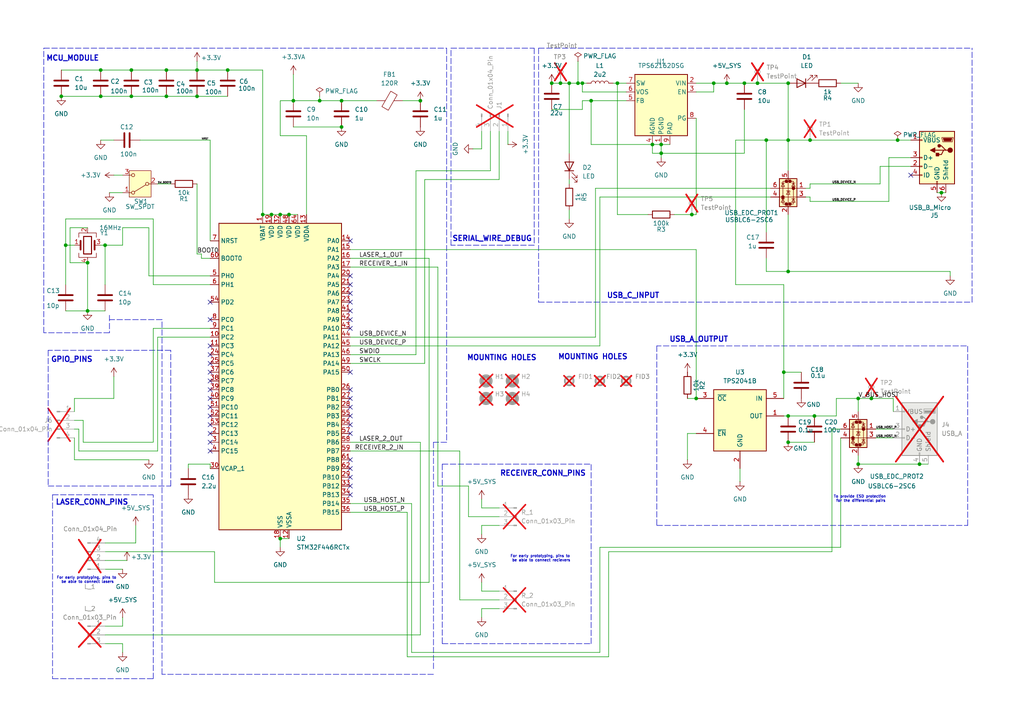
<source format=kicad_sch>
(kicad_sch (version 20250114) (generator "eeschema") (generator_version "9.0")
  (paper "A4")
  (title_block (title "Communications Decoder and Encoder Circuit Design") (date "08/08/2025") (rev "Rev 3") (company "Team 0-03") (comment 1 "Mattias Dickens"))
  (lib_symbols
    (symbol "Connector:Conn_01x03_Pin" (pin_names (offset 1.016) (hide yes))
      (property "Reference" "J" (at 0 5.08 0))
      (property "Value" "Conn_01x03_Pin" (at 0 -5.08 0))
      (symbol "Conn_01x03_Pin_1_1"
        (pin passive line (at 5.08 2.54 180) (length 3.81) (name "Pin_1") (number "1"))
        (pin passive line (at 5.08 0 180) (length 3.81) (name "Pin_2") (number "2"))
        (pin passive line (at 5.08 -2.54 180) (length 3.81) (name "Pin_3") (number "3"))
      )
    )
    (symbol "Connector:Conn_01x04_Pin" (pin_names (offset 1.016) (hide yes))
      (property "Reference" "J" (at 0 5.08 0))
      (property "Value" "Conn_01x04_Pin" (at 0 -7.62 0))
      (symbol "Conn_01x04_Pin_1_1"
        (pin passive line (at 5.08 2.54 180) (length 3.81) (name "Pin_1") (number "1"))
        (pin passive line (at 5.08 0 180) (length 3.81) (name "Pin_2") (number "2"))
        (pin passive line (at 5.08 -2.54 180) (length 3.81) (name "Pin_3") (number "3"))
        (pin passive line (at 5.08 -5.08 180) (length 3.81) (name "Pin_4") (number "4"))
      )
    )
    (symbol "Connector:TestPoint" (pin_numbers (hide yes)) (pin_names (offset 0.762) (hide yes))
      (property "Reference" "TP" (at 0 6.858 0))
      (property "Value" "TestPoint" (at 0 5.08 0))
      (symbol "TestPoint_1_1"
        (pin passive line (at 0 0 90) (length 2.54) (name "1") (number "1"))
      )
    )
    (symbol "Connector:USB_A" (pin_names (offset 1.016))
      (property "Reference" "J" (at -5.08 11.43 0))
      (property "Value" "USB_A" (at -5.08 8.89 0))
      (symbol "USB_A_1_1"
        (pin passive line (at -2.54 -10.16 90) (length 2.54) (name "Shield") (number "5"))
        (pin power_in line (at 0 -10.16 90) (length 2.54) (name "GND") (number "4"))
        (pin power_in line (at 7.62 5.08 180) (length 2.54) (name "VBUS") (number "1"))
        (pin bidirectional line (at 7.62 0 180) (length 2.54) (name "D+") (number "3"))
        (pin bidirectional line (at 7.62 -2.54 180) (length 2.54) (name "D-") (number "2"))
      )
    )
    (symbol "Connector:USB_B_Micro" (pin_names (offset 1.016))
      (property "Reference" "J" (at -5.08 11.43 0))
      (property "Value" "USB_B_Micro" (at -5.08 8.89 0))
      (symbol "USB_B_Micro_1_1"
        (pin passive line (at -2.54 -10.16 90) (length 2.54) (name "Shield") (number "6"))
        (pin power_out line (at 0 -10.16 90) (length 2.54) (name "GND") (number "5"))
        (pin power_out line (at 7.62 5.08 180) (length 2.54) (name "VBUS") (number "1"))
        (pin bidirectional line (at 7.62 0 180) (length 2.54) (name "D+") (number "3"))
        (pin bidirectional line (at 7.62 -2.54 180) (length 2.54) (name "D-") (number "2"))
        (pin passive line (at 7.62 -5.08 180) (length 2.54) (name "ID") (number "4"))
      )
    )
    (symbol "Device:C" (pin_numbers (hide yes)) (pin_names (offset 0.254))
      (property "Reference" "C" (at 0.635 2.54 0))
      (property "Value" "C" (at 0.635 -2.54 0))
      (symbol "C_1_1"
        (pin passive line (at 0 3.81 270) (length 2.794) (name "~") (number "1"))
        (pin passive line (at 0 -3.81 90) (length 2.794) (name "~") (number "2"))
      )
    )
    (symbol "Device:Crystal_GND24" (pin_names (offset 1.016) (hide yes))
      (property "Reference" "Y" (at 3.175 5.08 0))
      (property "Value" "Crystal_GND24" (at 3.175 3.175 0))
      (symbol "Crystal_GND24_1_1"
        (pin passive line (at -3.81 0 0) (length 1.27) (name "1") (number "1"))
        (pin passive line (at 0 5.08 270) (length 1.27) (name "2") (number "2"))
        (pin passive line (at 0 -5.08 90) (length 1.27) (name "4") (number "4"))
        (pin passive line (at 3.81 0 180) (length 1.27) (name "3") (number "3"))
      )
    )
    (symbol "Device:FerriteBead" (pin_numbers (hide yes)) (pin_names (offset 0))
      (property "Reference" "FB" (at -3.81 0.635 90))
      (property "Value" "FerriteBead" (at 3.81 0 90))
      (symbol "FerriteBead_1_1"
        (pin passive line (at 0 3.81 270) (length 2.54) (name "~") (number "1"))
        (pin passive line (at 0 -3.81 90) (length 2.54) (name "~") (number "2"))
      )
    )
    (symbol "Device:L" (pin_numbers (hide yes)) (pin_names (offset 1.016) (hide yes))
      (property "Reference" "L" (at -1.27 0 90))
      (property "Value" "L" (at 1.905 0 90))
      (symbol "L_1_1"
        (pin passive line (at 0 3.81 270) (length 1.27) (name "1") (number "1"))
        (pin passive line (at 0 -3.81 90) (length 1.27) (name "2") (number "2"))
      )
    )
    (symbol "Device:LED" (pin_numbers (hide yes)) (pin_names (offset 1.016) (hide yes))
      (property "Reference" "D" (at 0 2.54 0))
      (property "Value" "LED" (at 0 -2.54 0))
      (symbol "LED_1_1"
        (pin passive line (at -3.81 0 0) (length 2.54) (name "K") (number "1"))
        (pin passive line (at 3.81 0 180) (length 2.54) (name "A") (number "2"))
      )
    )
    (symbol "Device:R" (pin_numbers (hide yes)) (pin_names (offset 0))
      (property "Reference" "R" (at 2.032 0 90))
      (property "Value" "R" (at 0 0 90))
      (symbol "R_1_1"
        (pin passive line (at 0 3.81 270) (length 1.27) (name "~") (number "1"))
        (pin passive line (at 0 -3.81 90) (length 1.27) (name "~") (number "2"))
      )
    )
    (symbol "MCU_ST_STM32F4:STM32F446RCTx"
      (property "Reference" "U" (at -17.78 46.99 0))
      (property "Value" "STM32F446RCTx" (at 10.16 46.99 0))
      (symbol "STM32F446RCTx_1_1"
        (pin input line (at -20.32 40.64 0) (length 2.54) (name "NRST") (number "7"))
        (pin input line (at -20.32 35.56 0) (length 2.54) (name "BOOT0") (number "60"))
        (pin bidirectional line (at -20.32 30.48 0) (length 2.54) (name "PH0") (number "5"))
        (pin bidirectional line (at -20.32 27.94 0) (length 2.54) (name "PH1") (number "6"))
        (pin bidirectional line (at -20.32 22.86 0) (length 2.54) (name "PD2") (number "54"))
        (pin bidirectional line (at -20.32 17.78 0) (length 2.54) (name "PC0") (number "8"))
        (pin bidirectional line (at -20.32 15.24 0) (length 2.54) (name "PC1") (number "9"))
        (pin bidirectional line (at -20.32 12.7 0) (length 2.54) (name "PC2") (number "10"))
        (pin bidirectional line (at -20.32 10.16 0) (length 2.54) (name "PC3") (number "11"))
        (pin bidirectional line (at -20.32 7.62 0) (length 2.54) (name "PC4") (number "24"))
        (pin bidirectional line (at -20.32 5.08 0) (length 2.54) (name "PC5") (number "25"))
        (pin bidirectional line (at -20.32 2.54 0) (length 2.54) (name "PC6") (number "37"))
        (pin bidirectional line (at -20.32 0 0) (length 2.54) (name "PC7") (number "38"))
        (pin bidirectional line (at -20.32 -2.54 0) (length 2.54) (name "PC8") (number "39"))
        (pin bidirectional line (at -20.32 -5.08 0) (length 2.54) (name "PC9") (number "40"))
        (pin bidirectional line (at -20.32 -7.62 0) (length 2.54) (name "PC10") (number "51"))
        (pin bidirectional line (at -20.32 -10.16 0) (length 2.54) (name "PC11") (number "52"))
        (pin bidirectional line (at -20.32 -12.7 0) (length 2.54) (name "PC12") (number "53"))
        (pin bidirectional line (at -20.32 -15.24 0) (length 2.54) (name "PC13") (number "2"))
        (pin bidirectional line (at -20.32 -17.78 0) (length 2.54) (name "PC14") (number "3"))
        (pin bidirectional line (at -20.32 -20.32 0) (length 2.54) (name "PC15") (number "4"))
        (pin power_out line (at -20.32 -25.4 0) (length 2.54) (name "VCAP_1") (number "30"))
        (pin power_in line (at -5.08 48.26 270) (length 2.54) (name "VBAT") (number "1"))
        (pin power_in line (at -2.54 48.26 270) (length 2.54) (name "VDD") (number "19"))
        (pin power_in line (at 0 48.26 270) (length 2.54) (name "VDD") (number "32"))
        (pin power_in line (at 0 -45.72 90) (length 2.54) (name "VSS") (number "18"))
        (pin passive line (at 0 -45.72 90) (length 2.54) (hide yes) (name "VSS") (number "31"))
        (pin passive line (at 0 -45.72 90) (length 2.54) (hide yes) (name "VSS") (number "47"))
        (pin passive line (at 0 -45.72 90) (length 2.54) (hide yes) (name "VSS") (number "63"))
        (pin power_in line (at 2.54 48.26 270) (length 2.54) (name "VDD") (number "48"))
        (pin power_in line (at 2.54 -45.72 90) (length 2.54) (name "VSSA") (number "12"))
        (pin power_in line (at 5.08 48.26 270) (length 2.54) (name "VDD") (number "64"))
        (pin power_in line (at 7.62 48.26 270) (length 2.54) (name "VDDA") (number "13"))
        (pin bidirectional line (at 20.32 40.64 180) (length 2.54) (name "PA0") (number "14"))
        (pin bidirectional line (at 20.32 38.1 180) (length 2.54) (name "PA1") (number "15"))
        (pin bidirectional line (at 20.32 35.56 180) (length 2.54) (name "PA2") (number "16"))
        (pin bidirectional line (at 20.32 33.02 180) (length 2.54) (name "PA3") (number "17"))
        (pin bidirectional line (at 20.32 30.48 180) (length 2.54) (name "PA4") (number "20"))
        (pin bidirectional line (at 20.32 27.94 180) (length 2.54) (name "PA5") (number "21"))
        (pin bidirectional line (at 20.32 25.4 180) (length 2.54) (name "PA6") (number "22"))
        (pin bidirectional line (at 20.32 22.86 180) (length 2.54) (name "PA7") (number "23"))
        (pin bidirectional line (at 20.32 20.32 180) (length 2.54) (name "PA8") (number "41"))
        (pin bidirectional line (at 20.32 17.78 180) (length 2.54) (name "PA9") (number "42"))
        (pin bidirectional line (at 20.32 15.24 180) (length 2.54) (name "PA10") (number "43"))
        (pin bidirectional line (at 20.32 12.7 180) (length 2.54) (name "PA11") (number "44"))
        (pin bidirectional line (at 20.32 10.16 180) (length 2.54) (name "PA12") (number "45"))
        (pin bidirectional line (at 20.32 7.62 180) (length 2.54) (name "PA13") (number "46"))
        (pin bidirectional line (at 20.32 5.08 180) (length 2.54) (name "PA14") (number "49"))
        (pin bidirectional line (at 20.32 2.54 180) (length 2.54) (name "PA15") (number "50"))
        (pin bidirectional line (at 20.32 -2.54 180) (length 2.54) (name "PB0") (number "26"))
        (pin bidirectional line (at 20.32 -5.08 180) (length 2.54) (name "PB1") (number "27"))
        (pin bidirectional line (at 20.32 -7.62 180) (length 2.54) (name "PB2") (number "28"))
        (pin bidirectional line (at 20.32 -10.16 180) (length 2.54) (name "PB3") (number "55"))
        (pin bidirectional line (at 20.32 -12.7 180) (length 2.54) (name "PB4") (number "56"))
        (pin bidirectional line (at 20.32 -15.24 180) (length 2.54) (name "PB5") (number "57"))
        (pin bidirectional line (at 20.32 -17.78 180) (length 2.54) (name "PB6") (number "58"))
        (pin bidirectional line (at 20.32 -20.32 180) (length 2.54) (name "PB7") (number "59"))
        (pin bidirectional line (at 20.32 -22.86 180) (length 2.54) (name "PB8") (number "61"))
        (pin bidirectional line (at 20.32 -25.4 180) (length 2.54) (name "PB9") (number "62"))
        (pin bidirectional line (at 20.32 -27.94 180) (length 2.54) (name "PB10") (number "29"))
        (pin bidirectional line (at 20.32 -30.48 180) (length 2.54) (name "PB12") (number "33"))
        (pin bidirectional line (at 20.32 -33.02 180) (length 2.54) (name "PB13") (number "34"))
        (pin bidirectional line (at 20.32 -35.56 180) (length 2.54) (name "PB14") (number "35"))
        (pin bidirectional line (at 20.32 -38.1 180) (length 2.54) (name "PB15") (number "36"))
      )
    )
    (symbol "Mechanical:Fiducial" (in_bom no)
      (property "Reference" "FID" (at 0 5.08 0))
      (property "Value" "Fiducial" (at 0 3.175 0))
    )
    (symbol "Mechanical:MountingHole" (pin_names (offset 1.016)) (in_bom no)
      (property "Reference" "H" (at 0 5.08 0))
      (property "Value" "MountingHole" (at 0 3.175 0))
    )
    (symbol "Power_Management:TPS2041B" (pin_names (offset 1.016))
      (property "Reference" "U" (at 0 10.795 0))
      (property "Value" "TPS2041B" (at 0 8.89 0))
      (symbol "TPS2041B_1_1"
        (pin open_collector line (at -12.7 5.08 0) (length 5.08) (name "~{OC}") (number "3"))
        (pin input line (at -12.7 -5.08 0) (length 5.08) (name "~{EN}") (number "4"))
        (pin power_in line (at 0 -15.24 90) (length 5.08) (name "GND") (number "2"))
        (pin power_in line (at 12.7 5.08 180) (length 5.08) (name "IN") (number "5"))
        (pin power_out line (at 12.7 0 180) (length 5.08) (name "OUT") (number "1"))
      )
    )
    (symbol "Power_Protection:USBLC6-2SC6" (pin_names (hide yes))
      (property "Reference" "U" (at 0.635 5.715 0))
      (property "Value" "USBLC6-2SC6" (at 0.635 3.81 0))
      (symbol "USBLC6-2SC6_1_1"
        (pin passive line (at -5.08 0 0) (length 2.54) (name "I/O1") (number "1"))
        (pin passive line (at -5.08 -2.54 0) (length 2.54) (name "I/O2") (number "3"))
        (pin passive line (at 0 5.08 270) (length 2.54) (name "VBUS") (number "5"))
        (pin passive line (at 0 -7.62 90) (length 2.54) (name "GND") (number "2"))
        (pin passive line (at 5.08 0 180) (length 2.54) (name "I/O1") (number "6"))
        (pin passive line (at 5.08 -2.54 180) (length 2.54) (name "I/O2") (number "4"))
      )
    )
    (symbol "Regulator_Switching:TPS62162DSG" (pin_names (offset 0.254))
      (property "Reference" "U" (at -7.62 11.43 0))
      (property "Value" "TPS62162DSG" (at -1.27 11.43 0))
      (symbol "TPS62162DSG_1_1"
        (pin power_in line (at -10.16 7.62 0) (length 2.54) (name "VIN") (number "2"))
        (pin input line (at -10.16 5.08 0) (length 2.54) (name "EN") (number "3"))
        (pin open_collector line (at -10.16 -2.54 0) (length 2.54) (name "PG") (number "8"))
        (pin power_in line (at -2.54 -10.16 90) (length 2.54) (name "PAD") (number "9"))
        (pin power_in line (at 0 -10.16 90) (length 2.54) (name "PGND") (number "1"))
        (pin power_in line (at 2.54 -10.16 90) (length 2.54) (name "AGND") (number "4"))
        (pin output line (at 10.16 7.62 180) (length 2.54) (name "SW") (number "7"))
        (pin input line (at 10.16 5.08 180) (length 2.54) (name "VOS") (number "6"))
        (pin input line (at 10.16 2.54 180) (length 2.54) (name "FB") (number "5"))
      )
    )
    (symbol "Switch:SW_SPDT" (pin_names (offset 0) (hide yes))
      (property "Reference" "SW" (at 0 5.08 0))
      (property "Value" "SW_SPDT" (at 0 -5.08 0))
      (symbol "SW_SPDT_1_1"
        (pin passive line (at -5.08 0 0) (length 2.54) (name "B") (number "2"))
        (pin passive line (at 5.08 2.54 180) (length 2.54) (name "A") (number "1"))
        (pin passive line (at 5.08 -2.54 180) (length 2.54) (name "C") (number "3"))
      )
    )
    (symbol "power:+3.3V" (power) (pin_numbers (hide yes)) (pin_names (offset 0) (hide yes))
      (property "Value" "+3.3V" (at 0 3.556 0))
      (symbol "+3.3V_1_1"
        (pin power_in line (at 0 0 90) (length 0) (name "~") (number "1"))
      )
    )
    (symbol "power:+5V" (power) (pin_numbers (hide yes)) (pin_names (offset 0) (hide yes))
      (property "Value" "+5V" (at 0 3.556 0))
      (symbol "+5V_1_1"
        (pin power_in line (at 0 0 90) (length 0) (name "~") (number "1"))
      )
    )
    (symbol "power:GND" (power) (pin_numbers (hide yes)) (pin_names (offset 0) (hide yes))
      (property "Value" "GND" (at 0 -3.81 0))
      (symbol "GND_1_1"
        (pin power_in line (at 0 0 270) (length 0) (name "~") (number "1"))
      )
    )
    (symbol "power:PWR_FLAG" (power) (pin_numbers (hide yes)) (pin_names (offset 0) (hide yes))
      (property "Value" "PWR_FLAG" (at 0 3.81 0))
      (symbol "PWR_FLAG_0_0"
        (pin power_out line (at 0 0 90) (length 0) (name "~") (number "1"))
      )
    )
  )
  (text "GPIO_PINS\n" (at 20.828 104.394 0) (effects (font (size 1.524 1.524) (thickness 0.3048) (bold yes))))
  (text "To provide ESD protection \nfor the differential pairs\n" (at 249.682 144.78 0) (effects (font (size 0.762 0.762))))
  (text "MCU_MODULE\n" (at 21.082 17.018 0) (effects (font (size 1.524 1.524) (thickness 0.3048) (bold yes))))
  (text "USB_A_OUTPUT" (at 202.692 98.552 0) (effects (font (size 1.524 1.524) (thickness 0.3048) (bold yes))))
  (text "USB_C_INPUT\n" (at 183.642 85.852 0) (effects (font (size 1.524 1.524) (thickness 0.3048) (bold yes))))
  (text "For early prototyping, pins to \nbe able to connect lasers\n\n" (at 25.4 168.91 0) (effects (font (size 0.762 0.762))))
  (text "For early prototyping, pins to \nbe able to connect recievers\n" (at 156.972 162.052 0) (effects (font (size 0.762 0.762))))
  (text "RECEIVER_CONN_PINS\n" (at 157.48 137.414 0) (effects (font (size 1.524 1.524) (thickness 0.3048) (bold yes))))
  (text "MOUNTING HOLES\n" (at 171.958 103.632 0) (effects (font (size 1.524 1.524) (thickness 0.3048) (bold yes))))
  (text "MOUNTING HOLES\n" (at 145.542 103.886 0) (effects (font (size 1.524 1.524) (thickness 0.3048) (bold yes))))
  (text "LASER_CONN_PINS\n" (at 26.67 145.796 0) (effects (font (size 1.524 1.524) (thickness 0.3048) (bold yes))))
  (text "SERIAL_WIRE_DEBUG" (at 142.748 69.342 0) (effects (font (size 1.524 1.524) (thickness 0.3048) (bold yes))))
  (junction (at 228.6 120.65))
  (junction (at 48.26 27.94))
  (junction (at 48.26 20.32))
  (junction (at 222.25 40.64))
  (junction (at 179.07 24.13))
  (junction (at 191.77 41.91))
  (junction (at 29.21 20.32))
  (junction (at 99.06 36.83))
  (junction (at 76.2 62.23))
  (junction (at 160.02 24.13))
  (junction (at 30.48 71.12))
  (junction (at 171.45 29.21))
  (junction (at 81.28 62.23))
  (junction (at 252.73 115.57))
  (junction (at 17.78 27.94))
  (junction (at 38.1 27.94))
  (junction (at 228.6 128.27))
  (junction (at 25.4 90.17))
  (junction (at 200.66 62.23))
  (junction (at 81.28 156.21))
  (junction (at 38.1 20.32))
  (junction (at 167.64 24.13))
  (junction (at 201.93 115.57))
  (junction (at 210.82 24.13))
  (junction (at 227.33 107.95))
  (junction (at 57.15 20.32))
  (junction (at 92.71 29.21))
  (junction (at 121.92 29.21))
  (junction (at 189.23 41.91))
  (junction (at 234.95 40.64))
  (junction (at 162.56 24.13))
  (junction (at 273.05 55.88))
  (junction (at 215.9 24.13))
  (junction (at 228.6 24.13))
  (junction (at 260.35 40.64))
  (junction (at 219.71 24.13))
  (junction (at 66.04 20.32))
  (junction (at 83.82 62.23))
  (junction (at 228.6 78.74))
  (junction (at 228.6 40.64))
  (junction (at 29.21 27.94))
  (junction (at 248.92 134.62))
  (junction (at 266.7 134.62))
  (junction (at 57.15 27.94))
  (junction (at 191.77 44.45))
  (junction (at 165.1 24.13))
  (junction (at 207.01 24.13))
  (junction (at 25.4 76.2))
  (junction (at 248.92 115.57))
  (junction (at 168.91 24.13))
  (junction (at 19.05 71.12))
  (junction (at 99.06 29.21))
  (junction (at 85.09 29.21))
  (junction (at 78.74 62.23))
  (junction (at 236.22 120.65))
  (no_connect (at 101.6 143.51))
  (no_connect (at 101.6 140.97))
  (no_connect (at 101.6 85.09))
  (no_connect (at 60.96 100.33))
  (no_connect (at 60.96 107.95))
  (no_connect (at 60.96 118.11))
  (no_connect (at 60.96 102.87))
  (no_connect (at 60.96 125.73))
  (no_connect (at 60.96 115.57))
  (no_connect (at 101.6 135.89))
  (no_connect (at 101.6 80.01))
  (no_connect (at 60.96 105.41))
  (no_connect (at 101.6 107.95))
  (no_connect (at 101.6 82.55))
  (no_connect (at 101.6 69.85))
  (no_connect (at 101.6 133.35))
  (no_connect (at 101.6 115.57))
  (no_connect (at 101.6 92.71))
  (no_connect (at 60.96 92.71))
  (no_connect (at 101.6 138.43))
  (no_connect (at 101.6 95.25))
  (no_connect (at 101.6 123.19))
  (no_connect (at 60.96 123.19))
  (no_connect (at 101.6 90.17))
  (no_connect (at 60.96 130.81))
  (no_connect (at 60.96 128.27))
  (no_connect (at 60.96 113.03))
  (no_connect (at 101.6 87.63))
  (no_connect (at 101.6 120.65))
  (no_connect (at 60.96 87.63))
  (no_connect (at 60.96 110.49))
  (no_connect (at 60.96 120.65))
  (no_connect (at 101.6 125.73))
  (no_connect (at 101.6 118.11))
  (no_connect (at 101.6 113.03))
  (no_connect (at 264.16 50.8))
  (wire (pts (xy 228.6 78.74) (xy 275.59 78.74)))
  (wire (pts (xy 45.72 53.34) (xy 49.53 53.34)))
  (polyline (pts (xy 156.21 13.97) (xy 281.94 13.97)) (stroke (width 0) (type dash)))
  (wire (pts (xy 176.53 160.02) (xy 176.53 190.5)))
  (wire (pts (xy 24.13 128.27) (xy 44.45 128.27)))
  (polyline (pts (xy 156.21 13.97) (xy 156.21 87.63)) (stroke (width 0) (type dash)))
  (wire (pts (xy 48.26 27.94) (xy 57.15 27.94)))
  (wire (pts (xy 58.42 74.93) (xy 60.96 74.93)))
  (wire (pts (xy 227.33 107.95) (xy 227.33 115.57)))
  (wire (pts (xy 38.1 20.32) (xy 48.26 20.32)))
  (polyline (pts (xy 12.7 96.52) (xy 12.7 13.97)) (stroke (width 0) (type dash)))
  (wire (pts (xy 21.59 124.46) (xy 22.86 124.46)))
  (wire (pts (xy 24.13 121.92) (xy 21.59 121.92)))
  (wire (pts (xy 177.8 24.13) (xy 179.07 24.13)))
  (wire (pts (xy 33.02 50.8) (xy 35.56 50.8)))
  (wire (pts (xy 81.28 156.21) (xy 81.28 158.75)))
  (wire (pts (xy 57.15 73.66) (xy 58.42 73.66)))
  (wire (pts (xy 57.15 27.94) (xy 66.04 27.94)))
  (wire (pts (xy 241.3 160.02) (xy 176.53 160.02)))
  (wire (pts (xy 227.33 107.95) (xy 232.41 107.95)))
  (wire (pts (xy 275.59 78.74) (xy 275.59 80.01)))
  (wire (pts (xy 234.95 53.34) (xy 255.27 53.34)))
  (wire (pts (xy 76.2 62.23) (xy 78.74 62.23)))
  (wire (pts (xy 254 127) (xy 259.08 127)))
  (wire (pts (xy 223.52 57.15) (xy 173.99 57.15)))
  (wire (pts (xy 234.95 57.15) (xy 234.95 58.42)))
  (polyline (pts (xy 156.21 87.63) (xy 281.94 87.63)) (stroke (width 0) (type dash)))
  (wire (pts (xy 133.35 130.81) (xy 133.35 173.99)))
  (wire (pts (xy 22.86 130.81) (xy 45.72 130.81)))
  (wire (pts (xy 228.6 40.64) (xy 234.95 40.64)))
  (wire (pts (xy 260.35 40.64) (xy 264.16 40.64)))
  (wire (pts (xy 255.27 48.26) (xy 264.16 48.26)))
  (polyline (pts (xy 46.99 195.58) (xy 46.99 92.71)) (stroke (width 0) (type dash)))
  (wire (pts (xy 19.05 90.17) (xy 25.4 90.17)))
  (polyline (pts (xy 190.5 152.4) (xy 280.67 152.4)) (stroke (width 0) (type dash)))
  (wire (pts (xy 144.78 38.1) (xy 144.78 52.07)))
  (wire (pts (xy 60.96 95.25) (xy 44.45 95.25)))
  (wire (pts (xy 17.78 20.32) (xy 29.21 20.32)))
  (polyline (pts (xy 44.45 196.85) (xy 44.45 143.51)) (stroke (width 0) (type dash)))
  (wire (pts (xy 60.96 80.01) (xy 43.18 80.01)))
  (wire (pts (xy 241.3 124.46) (xy 241.3 160.02)))
  (wire (pts (xy 266.7 134.62) (xy 269.24 134.62)))
  (wire (pts (xy 139.7 176.53) (xy 139.7 179.07)))
  (wire (pts (xy 189.23 41.91) (xy 171.45 41.91)))
  (polyline (pts (xy 15.24 196.85) (xy 44.45 196.85)) (stroke (width 0) (type dash)))
  (wire (pts (xy 243.84 24.13) (xy 248.92 24.13)))
  (wire (pts (xy 234.95 54.61) (xy 233.68 54.61)))
  (wire (pts (xy 24.13 128.27) (xy 24.13 121.92)))
  (wire (pts (xy 21.59 115.57) (xy 33.02 115.57)))
  (wire (pts (xy 116.84 29.21) (xy 121.92 29.21)))
  (wire (pts (xy 101.6 77.47) (xy 127 77.47)))
  (wire (pts (xy 60.96 134.62) (xy 60.96 135.89)))
  (wire (pts (xy 118.11 148.59) (xy 101.6 148.59)))
  (wire (pts (xy 201.93 34.29) (xy 201.93 62.23)))
  (wire (pts (xy 19.05 63.5) (xy 19.05 71.12)))
  (wire (pts (xy 171.45 29.21) (xy 168.91 29.21)))
  (wire (pts (xy 233.68 57.15) (xy 234.95 57.15)))
  (wire (pts (xy 43.18 66.04) (xy 35.56 66.04)))
  (wire (pts (xy 162.56 24.13) (xy 165.1 24.13)))
  (wire (pts (xy 139.7 43.18) (xy 137.16 43.18)))
  (wire (pts (xy 30.48 71.12) (xy 35.56 71.12)))
  (wire (pts (xy 207.01 26.67) (xy 207.01 24.13)))
  (polyline (pts (xy 154.94 71.12) (xy 130.81 71.12)) (stroke (width 0) (type dash)))
  (wire (pts (xy 21.59 119.38) (xy 21.59 115.57)))
  (polyline (pts (xy 46.99 92.71) (xy 31.75 92.71)) (stroke (width 0) (type dash)))
  (wire (pts (xy 135.89 140.97) (xy 135.89 149.86)))
  (wire (pts (xy 259.08 115.57) (xy 259.08 119.38)))
  (wire (pts (xy 101.6 102.87) (xy 120.65 102.87)))
  (wire (pts (xy 35.56 179.07) (xy 35.56 181.61)))
  (wire (pts (xy 78.74 62.23) (xy 81.28 62.23)))
  (wire (pts (xy 85.09 36.83) (xy 99.06 36.83)))
  (polyline (pts (xy 130.81 13.97) (xy 154.94 13.97)) (stroke (width 0) (type dash)))
  (wire (pts (xy 243.84 158.75) (xy 243.84 127)))
  (wire (pts (xy 25.4 90.17) (xy 30.48 90.17)))
  (wire (pts (xy 242.57 115.57) (xy 248.92 115.57)))
  (wire (pts (xy 21.59 133.35) (xy 43.18 133.35)))
  (wire (pts (xy 228.6 40.64) (xy 228.6 49.53)))
  (wire (pts (xy 30.48 157.48) (xy 39.37 157.48)))
  (wire (pts (xy 101.6 130.81) (xy 133.35 130.81)))
  (wire (pts (xy 201.93 62.23) (xy 200.66 62.23)))
  (wire (pts (xy 234.95 58.42) (xy 257.81 58.42)))
  (wire (pts (xy 101.6 97.79) (xy 172.72 97.79)))
  (wire (pts (xy 57.15 53.34) (xy 57.15 73.66)))
  (wire (pts (xy 62.23 160.02) (xy 62.23 168.91)))
  (wire (pts (xy 144.78 147.32) (xy 139.7 147.32)))
  (wire (pts (xy 20.32 66.04) (xy 20.32 76.2)))
  (wire (pts (xy 133.35 173.99) (xy 144.78 173.99)))
  (wire (pts (xy 30.48 71.12) (xy 30.48 82.55)))
  (wire (pts (xy 179.07 62.23) (xy 187.96 62.23)))
  (wire (pts (xy 30.48 160.02) (xy 62.23 160.02)))
  (wire (pts (xy 45.72 97.79) (xy 45.72 130.81)))
  (wire (pts (xy 160.02 24.13) (xy 162.56 24.13)))
  (wire (pts (xy 30.48 162.56) (xy 36.83 162.56)))
  (wire (pts (xy 191.77 41.91) (xy 191.77 44.45)))
  (polyline (pts (xy 280.67 152.4) (xy 280.67 100.33)) (stroke (width 0) (type dash)))
  (wire (pts (xy 54.61 134.62) (xy 54.61 135.89)))
  (polyline (pts (xy 13.97 109.22) (xy 13.97 140.97)) (stroke (width 0) (type dash)))
  (wire (pts (xy 189.23 41.91) (xy 189.23 44.45)))
  (wire (pts (xy 29.21 40.64) (xy 33.02 40.64)))
  (wire (pts (xy 142.24 49.53) (xy 120.65 49.53)))
  (wire (pts (xy 222.25 40.64) (xy 222.25 67.31)))
  (wire (pts (xy 191.77 44.45) (xy 215.9 44.45)))
  (wire (pts (xy 165.1 24.13) (xy 167.64 24.13)))
  (wire (pts (xy 257.81 58.42) (xy 257.81 45.72)))
  (wire (pts (xy 191.77 41.91) (xy 189.23 41.91)))
  (polyline (pts (xy 190.5 100.33) (xy 190.5 152.4)) (stroke (width 0) (type dash)))
  (wire (pts (xy 215.9 44.45) (xy 215.9 31.75)))
  (polyline (pts (xy 13.97 140.97) (xy 49.53 140.97)) (stroke (width 0) (type dash)))
  (wire (pts (xy 54.61 134.62) (xy 60.96 134.62)))
  (wire (pts (xy 139.7 38.1) (xy 139.7 43.18)))
  (wire (pts (xy 139.7 152.4) (xy 139.7 154.94)))
  (wire (pts (xy 120.65 49.53) (xy 120.65 102.87)))
  (wire (pts (xy 22.86 124.46) (xy 22.86 130.81)))
  (wire (pts (xy 83.82 62.23) (xy 86.36 62.23)))
  (wire (pts (xy 201.93 26.67) (xy 207.01 26.67)))
  (wire (pts (xy 165.1 60.96) (xy 165.1 63.5)))
  (wire (pts (xy 215.9 24.13) (xy 219.71 24.13)))
  (wire (pts (xy 219.71 24.13) (xy 228.6 24.13)))
  (wire (pts (xy 19.05 63.5) (xy 44.45 63.5)))
  (polyline (pts (xy 125.73 195.58) (xy 46.99 195.58)) (stroke (width 0) (type dash)))
  (wire (pts (xy 44.45 82.55) (xy 44.45 63.5)))
  (wire (pts (xy 242.57 120.65) (xy 242.57 115.57)))
  (wire (pts (xy 200.66 62.23) (xy 195.58 62.23)))
  (wire (pts (xy 88.9 39.37) (xy 88.9 62.23)))
  (wire (pts (xy 228.6 128.27) (xy 236.22 128.27)))
  (wire (pts (xy 227.33 107.95) (xy 227.33 82.55)))
  (wire (pts (xy 199.39 125.73) (xy 199.39 133.35)))
  (wire (pts (xy 144.78 171.45) (xy 139.7 171.45)))
  (wire (pts (xy 85.09 29.21) (xy 92.71 29.21)))
  (polyline (pts (xy 49.53 101.6) (xy 13.97 101.6)) (stroke (width 0) (type dash)))
  (wire (pts (xy 85.09 21.59) (xy 85.09 29.21)))
  (wire (pts (xy 142.24 38.1) (xy 142.24 49.53)))
  (wire (pts (xy 33.02 109.22) (xy 33.02 115.57)))
  (polyline (pts (xy 154.94 13.97) (xy 154.94 71.12)) (stroke (width 0) (type dash)))
  (wire (pts (xy 170.18 24.13) (xy 168.91 24.13)))
  (wire (pts (xy 123.19 105.41) (xy 123.19 52.07)))
  (wire (pts (xy 207.01 24.13) (xy 210.82 24.13)))
  (wire (pts (xy 234.95 53.34) (xy 234.95 54.61)))
  (wire (pts (xy 81.28 156.21) (xy 83.82 156.21)))
  (wire (pts (xy 191.77 44.45) (xy 191.77 45.72)))
  (wire (pts (xy 201.93 24.13) (xy 207.01 24.13)))
  (wire (pts (xy 144.78 176.53) (xy 139.7 176.53)))
  (wire (pts (xy 199.39 115.57) (xy 201.93 115.57)))
  (wire (pts (xy 248.92 115.57) (xy 248.92 119.38)))
  (wire (pts (xy 30.48 165.1) (xy 35.56 165.1)))
  (wire (pts (xy 60.96 97.79) (xy 45.72 97.79)))
  (wire (pts (xy 123.19 52.07) (xy 144.78 52.07)))
  (wire (pts (xy 144.78 152.4) (xy 139.7 152.4)))
  (wire (pts (xy 92.71 29.21) (xy 99.06 29.21)))
  (wire (pts (xy 210.82 24.13) (xy 215.9 24.13)))
  (wire (pts (xy 165.1 52.07) (xy 165.1 53.34)))
  (wire (pts (xy 222.25 78.74) (xy 228.6 78.74)))
  (wire (pts (xy 101.6 146.05) (xy 119.38 146.05)))
  (wire (pts (xy 236.22 120.65) (xy 242.57 120.65)))
  (wire (pts (xy 254 124.46) (xy 259.08 124.46)))
  (wire (pts (xy 171.45 29.21) (xy 171.45 41.91)))
  (wire (pts (xy 124.46 74.93) (xy 124.46 168.91)))
  (wire (pts (xy 214.63 135.89) (xy 214.63 139.7)))
  (wire (pts (xy 76.2 20.32) (xy 76.2 62.23)))
  (wire (pts (xy 248.92 134.62) (xy 266.7 134.62)))
  (wire (pts (xy 81.28 29.21) (xy 85.09 29.21)))
  (polyline (pts (xy 129.54 13.97) (xy 129.54 128.27)) (stroke (width 0) (type dash)))
  (wire (pts (xy 172.72 54.61) (xy 172.72 97.79)))
  (wire (pts (xy 29.21 71.12) (xy 30.48 71.12)))
  (wire (pts (xy 21.59 127) (xy 21.59 133.35)))
  (wire (pts (xy 243.84 124.46) (xy 241.3 124.46)))
  (wire (pts (xy 223.52 54.61) (xy 172.72 54.61)))
  (wire (pts (xy 167.64 17.78) (xy 167.64 24.13)))
  (wire (pts (xy 81.28 62.23) (xy 83.82 62.23)))
  (polyline (pts (xy 15.24 143.51) (xy 15.24 196.85)) (stroke (width 0) (type dash)))
  (wire (pts (xy 30.48 186.69) (xy 35.56 186.69)))
  (wire (pts (xy 228.6 62.23) (xy 228.6 78.74)))
  (wire (pts (xy 181.61 29.21) (xy 171.45 29.21)))
  (wire (pts (xy 135.89 149.86) (xy 144.78 149.86)))
  (wire (pts (xy 101.6 74.93) (xy 124.46 74.93)))
  (wire (pts (xy 119.38 146.05) (xy 119.38 189.23)))
  (wire (pts (xy 189.23 44.45) (xy 191.77 44.45)))
  (wire (pts (xy 234.95 40.64) (xy 260.35 40.64)))
  (wire (pts (xy 60.96 82.55) (xy 44.45 82.55)))
  (wire (pts (xy 25.4 66.04) (xy 20.32 66.04)))
  (wire (pts (xy 25.4 76.2) (xy 25.4 90.17)))
  (wire (pts (xy 127 140.97) (xy 135.89 140.97)))
  (wire (pts (xy 81.28 29.21) (xy 81.28 39.37)))
  (wire (pts (xy 123.19 105.41) (xy 101.6 105.41)))
  (wire (pts (xy 168.91 26.67) (xy 168.91 24.13)))
  (wire (pts (xy 139.7 144.78) (xy 139.7 147.32)))
  (wire (pts (xy 228.6 120.65) (xy 236.22 120.65)))
  (wire (pts (xy 179.07 24.13) (xy 181.61 24.13)))
  (wire (pts (xy 44.45 95.25) (xy 44.45 128.27)))
  (polyline (pts (xy 128.27 134.62) (xy 171.45 134.62)) (stroke (width 0) (type dash)))
  (wire (pts (xy 101.6 72.39) (xy 201.93 72.39)))
  (wire (pts (xy 228.6 24.13) (xy 228.6 40.64)))
  (wire (pts (xy 92.71 27.94) (xy 92.71 29.21)))
  (wire (pts (xy 62.23 168.91) (xy 124.46 168.91)))
  (wire (pts (xy 31.75 55.88) (xy 35.56 55.88)))
  (wire (pts (xy 168.91 29.21) (xy 168.91 31.75)))
  (wire (pts (xy 58.42 73.66) (xy 58.42 74.93)))
  (wire (pts (xy 81.28 39.37) (xy 88.9 39.37)))
  (wire (pts (xy 30.48 181.61) (xy 35.56 181.61)))
  (wire (pts (xy 252.73 115.57) (xy 259.08 115.57)))
  (wire (pts (xy 101.6 100.33) (xy 173.99 100.33)))
  (polyline (pts (xy 12.7 13.97) (xy 129.54 13.97)) (stroke (width 0) (type dash)))
  (polyline (pts (xy 248.92 100.33) (xy 190.5 100.33)) (stroke (width 0) (type dash)))
  (wire (pts (xy 19.05 71.12) (xy 21.59 71.12)))
  (wire (pts (xy 248.92 132.08) (xy 248.92 134.62)))
  (wire (pts (xy 99.06 29.21) (xy 109.22 29.21)))
  (wire (pts (xy 213.36 82.55) (xy 213.36 40.64)))
  (wire (pts (xy 119.38 189.23) (xy 173.99 189.23)))
  (polyline (pts (xy 128.27 186.69) (xy 171.45 186.69)) (stroke (width 0) (type dash)))
  (wire (pts (xy 227.33 120.65) (xy 228.6 120.65)))
  (wire (pts (xy 19.05 82.55) (xy 19.05 71.12)))
  (wire (pts (xy 228.6 40.64) (xy 222.25 40.64)))
  (wire (pts (xy 29.21 27.94) (xy 38.1 27.94)))
  (wire (pts (xy 168.91 24.13) (xy 167.64 24.13)))
  (polyline (pts (xy 130.81 71.12) (xy 130.81 13.97)) (stroke (width 0) (type dash)))
  (wire (pts (xy 168.91 31.75) (xy 160.02 31.75)))
  (wire (pts (xy 179.07 24.13) (xy 179.07 62.23)))
  (wire (pts (xy 147.32 38.1) (xy 147.32 41.91)))
  (wire (pts (xy 48.26 20.32) (xy 57.15 20.32)))
  (wire (pts (xy 118.11 190.5) (xy 118.11 148.59)))
  (wire (pts (xy 248.92 115.57) (xy 252.73 115.57)))
  (wire (pts (xy 173.99 57.15) (xy 173.99 100.33)))
  (wire (pts (xy 201.93 72.39) (xy 201.93 115.57)))
  (wire (pts (xy 29.21 20.32) (xy 38.1 20.32)))
  (wire (pts (xy 66.04 20.32) (xy 76.2 20.32)))
  (wire (pts (xy 30.48 184.15) (xy 121.92 184.15)))
  (wire (pts (xy 173.99 189.23) (xy 173.99 158.75)))
  (wire (pts (xy 181.61 26.67) (xy 168.91 26.67)))
  (polyline (pts (xy 49.53 140.97) (xy 49.53 101.6)) (stroke (width 0) (type dash)))
  (wire (pts (xy 35.56 66.04) (xy 35.56 71.12)))
  (wire (pts (xy 199.39 125.73) (xy 201.93 125.73)))
  (wire (pts (xy 165.1 24.13) (xy 165.1 44.45)))
  (wire (pts (xy 40.64 40.64) (xy 60.96 40.64)))
  (wire (pts (xy 222.25 74.93) (xy 222.25 78.74)))
  (polyline (pts (xy 171.45 186.69) (xy 171.45 134.62)) (stroke (width 0) (type dash)))
  (wire (pts (xy 257.81 45.72) (xy 264.16 45.72)))
  (polyline (pts (xy 248.92 100.33) (xy 280.67 100.33)) (stroke (width 0) (type dash)))
  (wire (pts (xy 39.37 152.4) (xy 39.37 157.48)))
  (polyline (pts (xy 125.73 128.27) (xy 125.73 194.31)) (stroke (width 0) (type dash)))
  (wire (pts (xy 271.78 55.88) (xy 273.05 55.88)))
  (wire (pts (xy 227.33 82.55) (xy 213.36 82.55)))
  (wire (pts (xy 173.99 158.75) (xy 243.84 158.75)))
  (wire (pts (xy 121.92 128.27) (xy 121.92 184.15)))
  (wire (pts (xy 194.31 41.91) (xy 191.77 41.91)))
  (polyline (pts (xy 129.54 128.27) (xy 125.73 128.27)) (stroke (width 0) (type dash)))
  (wire (pts (xy 176.53 190.5) (xy 118.11 190.5)))
  (polyline (pts (xy 31.75 91.44) (xy 31.75 96.52)) (stroke (width 0) (type dash)))
  (wire (pts (xy 273.05 55.88) (xy 274.32 55.88)))
  (wire (pts (xy 60.96 69.85) (xy 60.96 40.64)))
  (polyline (pts (xy 15.24 143.51) (xy 44.45 143.51)) (stroke (width 0) (type dash)))
  (wire (pts (xy 255.27 53.34) (xy 255.27 48.26)))
  (wire (pts (xy 127 77.47) (xy 127 140.97)))
  (polyline (pts (xy 13.97 101.6) (xy 13.97 109.22)) (stroke (width 0) (type dash)))
  (wire (pts (xy 57.15 17.78) (xy 57.15 20.32)))
  (wire (pts (xy 35.56 186.69) (xy 35.56 189.23)))
  (wire (pts (xy 20.32 76.2) (xy 25.4 76.2)))
  (wire (pts (xy 17.78 27.94) (xy 29.21 27.94)))
  (wire (pts (xy 213.36 40.64) (xy 222.25 40.64)))
  (polyline (pts (xy 128.27 134.62) (xy 128.27 186.69)) (stroke (width 0) (type dash)))
  (wire (pts (xy 38.1 27.94) (xy 48.26 27.94)))
  (polyline (pts (xy 31.75 96.52) (xy 12.7 96.52)) (stroke (width 0) (type dash)))
  (polyline (pts (xy 281.94 87.63) (xy 281.94 13.97)) (stroke (width 0) (type dash)))
  (wire (pts (xy 139.7 168.91) (xy 139.7 171.45)))
  (wire (pts (xy 43.18 66.04) (xy 43.18 80.01)))
  (wire (pts (xy 101.6 128.27) (xy 121.92 128.27)))
  (wire (pts (xy 57.15 20.32) (xy 66.04 20.32)))
  (label "USB_HOST_N" (at 105.41 146.05 0))
  (label "USB_HOST_P" (at 254 124.46 0) (effects (font (size 0.635 0.635))))
  (label "BOOT0" (at 57.15 73.66 0))
  (label "USB_DEVICE_P" (at 104.14 100.33 0))
  (label "V_BUS_HOST" (at 248.92 115.57 0))
  (label "SWCLK" (at 104.14 105.41 0))
  (label "USB_DEVICE_N" (at 104.14 97.79 0))
  (label "SWDIO" (at 104.14 102.87 0))
  (label "LASER_1_OUT" (at 104.14 74.93 0))
  (label "SW_BOOT0" (at 45.72 53.34 0) (effects (font (size 0.508 0.508))))
  (label "USB_DEVICE_N" (at 241.3 53.34 0) (effects (font (size 0.635 0.635))))
  (label "RECEIVER_1_IN" (at 104.14 77.47 0))
  (label "USB_HOST_P" (at 105.41 148.59 0))
  (label "LASER_2_OUT" (at 104.14 128.27 0))
  (label "USB_DEVICE_P" (at 241.3 58.42 0) (effects (font (size 0.635 0.635))))
  (label "RECEIVER_2_IN" (at 102.87 130.81 0))
  (label "USB_HOST_N" (at 254 127 0) (effects (font (size 0.635 0.635))))
  (label "NRST" (at 58.42 40.64 0) (effects (font (size 0.508 0.508))))
  (symbol (lib_id "Device:R") (at 191.77 62.23 90) (unit 1)
    (property "Reference" "R3" (at 191.77 66.548 90))
    (property "Value" "100k" (at 191.77 64.77 90))
    (property "Footprint" "Resistor_SMD:R_0402_1005Metric" (effects (hide yes)))
    (property "Datasheet" "https://jlcpcb.com/api/file/downloadByFileSystemAccessId/8579705924167974912" (effects (hide yes)))
    (property "Description" "-55℃~+155℃ 1kΩ 50V 62.5mW Thick Film Resistor ±1% ±100ppm/℃ 0402 Chip Resistor - Surface Mount ROHS" (effects (hide yes)))
    (property "JLCPCB Part #" "C11702" (effects (hide yes)))
    (property "Manufacturer" "UNI-ROYAL(Uniroyal Elec)" (effects (hide yes)))
    (property "Manufacturer Part Number" "0402WGF1001TCE" (effects (hide yes)))
  )
  (symbol (lib_id "power:+3.3V") (at 121.92 29.21 0) (unit 1)
    (property "Reference" "#PWR05" (effects (hide yes)))
    (property "Value" "+3.3V" (at 121.92 24.13 0))
    (property "Description" "Power symbol creates a global label with name \"+3.3V\"" (effects (hide yes)))
  )
  (symbol (lib_id "Connector:Conn_01x03_Pin") (at 149.86 149.86 0) (mirror y) (unit 1) (in_bom no) (dnp yes)
    (property "Reference" "R_1" (at 151.13 148.5899 0) (effects (justify right)))
    (property "Value" "Conn_01x03_Pin" (at 151.13 151.1299 0) (effects (justify right)))
    (property "Footprint" "Connector_PinSocket_2.54mm:PinSocket_1x03_P2.54mm_Vertical" (effects (hide yes)))
    (property "Description" "Generic connector, single row, 01x03, script generated" (effects (hide yes)))
  )
  (symbol (lib_id "Device:C") (at 19.05 86.36 0) (unit 1)
    (property "Reference" "C13" (at 13.462 84.328 0) (effects (justify left)))
    (property "Value" "10p" (at 13.462 88.646 0) (effects (justify left)))
    (property "Footprint" "Capacitor_SMD:C_0402_1005Metric" (effects (hide yes)))
    (property "Datasheet" "https://wmsc.lcsc.com/wmsc/upload/file/pdf/v2/lcsc/2012231840_EYANG-Shenzhen-Eyang-Tech-Development-C0105C0G100J250NTZ_C881839.pdf" (effects (hide yes)))
    (property "Description" "10pF 50V C0G ±5% 0402 Multilayer Ceramic Capacitors MLCC - SMD/SMT ROHS" (effects (hide yes)))
    (property "JLCPCB Part #" "C32949" (effects (hide yes)))
    (property "Manufacturer" "Samsung Electro-Mechanics" (effects (hide yes)))
    (property "Manufacturer Part Number" "CL05C100JB5NNNC" (effects (hide yes)))
  )
  (symbol (lib_id "Device:C") (at 99.06 33.02 0) (unit 1)
    (property "Reference" "C10" (at 102.87 31.7499 0) (effects (justify left)))
    (property "Value" "1u" (at 102.87 34.2899 0) (effects (justify left)))
    (property "Footprint" "Capacitor_SMD:C_0402_1005Metric" (effects (hide yes)))
    (property "Datasheet" "https://jlcpcb.com/api/file/downloadByFileSystemAccessId/8579707174974914560" (effects (hide yes)))
    (property "Description" "1uF 25V X5R ±10% 0402 Multilayer Ceramic Capacitors MLCC - SMD/SMT ROHS" (effects (hide yes)))
    (property "JLCPCB Part #" "C52923" (effects (hide yes)))
    (property "Manufacturer" "Samsung Electro-Mechanics" (effects (hide yes)))
    (property "Manufacturer Part Number" "CL05A105KA5NQNC" (effects (hide yes)))
  )
  (symbol (lib_id "Connector:TestPoint") (at 200.66 62.23 0) (unit 1) (in_bom no) (dnp yes)
    (property "Reference" "TP5" (at 203.2 57.6579 0) (effects (justify left)))
    (property "Value" "TestPoint" (at 203.2 60.1979 0) (effects (justify left)))
    (property "Footprint" "TestPoint:TestPoint_Pad_D1.0mm" (effects (hide yes)))
    (property "Description" "test point" (effects (hide yes)))
  )
  (symbol (lib_id "Mechanical:MountingHole") (at 140.97 110.49 0) (unit 1) (in_bom no) (dnp yes)
    (property "Reference" "H1" (at 143.51 109.2199 0) (effects (justify left)))
    (property "Value" "MountingHole" (effects (hide yes)))
    (property "Footprint" "MountingHole:MountingHole_2.2mm_M2" (effects (hide yes)))
    (property "Description" "Mounting Hole without connection" (effects (hide yes)))
  )
  (symbol (lib_id "power:+5V") (at 210.82 24.13 0) (unit 1)
    (property "Reference" "#PWR034" (effects (hide yes)))
    (property "Value" "+5V_SYS" (at 210.82 19.05 0))
    (property "Description" "Power symbol creates a global label with name \"+5V\"" (effects (hide yes)))
  )
  (symbol (lib_id "power:GND") (at 35.56 189.23 0) (unit 1)
    (property "Reference" "#PWR031" (effects (hide yes)))
    (property "Value" "GND" (at 35.56 194.31 0))
    (property "Description" "Power symbol creates a global label with name \"GND\" , ground" (effects (hide yes)))
  )
  (symbol (lib_id "power:GND") (at 214.63 139.7 0) (unit 1)
    (property "Reference" "#PWR021" (effects (hide yes)))
    (property "Value" "GND" (at 214.63 144.78 0))
    (property "Description" "Power symbol creates a global label with name \"GND\" , ground" (effects (hide yes)))
  )
  (symbol (lib_id "power:GND") (at 17.78 27.94 0) (unit 1)
    (property "Reference" "#PWR04" (effects (hide yes)))
    (property "Value" "GND" (at 17.78 33.02 0))
    (property "Description" "Power symbol creates a global label with name \"GND\" , ground" (effects (hide yes)))
  )
  (symbol (lib_id "power:GND") (at 29.21 40.64 0) (unit 1)
    (property "Reference" "#PWR09" (effects (hide yes)))
    (property "Value" "GND" (at 29.21 45.72 0))
    (property "Description" "Power symbol creates a global label with name \"GND\" , ground" (effects (hide yes)))
  )
  (symbol (lib_id "power:+3.3V") (at 57.15 17.78 0) (unit 1)
    (property "Reference" "#PWR01" (effects (hide yes)))
    (property "Value" "+3.3V" (at 61.214 16.764 0))
    (property "Description" "Power symbol creates a global label with name \"+3.3V\"" (effects (hide yes)))
  )
  (symbol (lib_id "power:+3.3V") (at 139.7 144.78 0) (mirror y) (unit 1)
    (property "Reference" "#PWR023" (effects (hide yes)))
    (property "Value" "+5V_SYS" (at 139.7 139.7 0))
    (property "Description" "Power symbol creates a global label with name \"+3.3V\"" (effects (hide yes)))
  )
  (symbol (lib_id "power:GND") (at 81.28 158.75 0) (unit 1)
    (property "Reference" "#PWR026" (effects (hide yes)))
    (property "Value" "GND" (at 81.28 163.83 0))
    (property "Description" "Power symbol creates a global label with name \"GND\" , ground" (effects (hide yes)))
  )
  (symbol (lib_id "Device:C") (at 228.6 124.46 180) (unit 1)
    (property "Reference" "C19" (at 233.426 122.428 0))
    (property "Value" "0.1u" (at 233.68 124.714 0))
    (property "Footprint" "Capacitor_SMD:C_0402_1005Metric" (effects (hide yes)))
    (property "Datasheet" "https://jlcpcb.com/api/file/downloadByFileSystemAccessId/8554627388281098240" (effects (hide yes)))
    (property "Description" "100nF 50V X7R ±10% 0402 Multilayer Ceramic Capacitors MLCC - SMD/SMT ROHS" (effects (hide yes)))
    (property "JLCPCB Part #" "C307331" (effects (hide yes)))
    (property "Manufacturer" "Samsung Electro-Mechanics" (effects (hide yes)))
    (property "Manufacturer Part Number" "CL05B104KB54PNC" (effects (hide yes)))
  )
  (symbol (lib_id "power:+3.3V") (at 35.56 179.07 0) (unit 1)
    (property "Reference" "#PWR029" (effects (hide yes)))
    (property "Value" "+5V_SYS" (at 35.56 173.99 0))
    (property "Description" "Power symbol creates a global label with name \"+3.3V\"" (effects (hide yes)))
  )
  (symbol (lib_id "Connector:TestPoint") (at 252.73 115.57 0) (unit 1) (in_bom no) (dnp yes)
    (property "Reference" "TP2" (at 255.27 110.9979 0) (effects (justify left)))
    (property "Value" "TestPoint" (at 255.27 113.5379 0) (effects (justify left)))
    (property "Footprint" "TestPoint:TestPoint_Pad_D1.0mm" (effects (hide yes)))
    (property "Description" "test point" (effects (hide yes)))
  )
  (symbol (lib_id "Device:Crystal_GND24") (at 25.4 71.12 0) (unit 1)
    (property "Reference" "Y1" (at 30.226 67.564 0))
    (property "Value" "16MHz" (at 32.004 66.04 0))
    (property "Footprint" "Crystal:Crystal_SMD_3225-4Pin_3.2x2.5mm" (effects (hide yes)))
    (property "Datasheet" "https://jlcpcb.com/api/file/downloadByFileSystemAccessId/8589837494851170304" (effects (hide yes)))
    (property "Description" "Four pin crystal, GND on pins 2 and 4" (effects (hide yes)))
    (property "JLCPCB Part #" "C880097" (effects (hide yes)))
    (property "Manufacturer" "NDK" (effects (hide yes)))
    (property "Manufacturer Part Number" "NX3225SA-16MHz-STD-CSR-6" (effects (hide yes)))
  )
  (symbol (lib_id "power:GND") (at 248.92 134.62 0) (unit 1)
    (property "Reference" "#PWR020" (effects (hide yes)))
    (property "Value" "GND" (at 248.92 139.7 0))
    (property "Description" "Power symbol creates a global label with name \"GND\" , ground" (effects (hide yes)))
  )
  (symbol (lib_id "power:GND") (at 275.59 80.01 0) (unit 1)
    (property "Reference" "#PWR015" (effects (hide yes)))
    (property "Value" "GND" (at 275.59 85.09 0))
    (property "Description" "Power symbol creates a global label with name \"GND\" , ground" (effects (hide yes)))
  )
  (symbol (lib_id "Device:C") (at 236.22 124.46 180) (unit 1)
    (property "Reference" "C20" (at 241.046 122.428 0))
    (property "Value" "100u" (at 241.3 124.714 0))
    (property "Footprint" "Capacitor_SMD:C_1206_3216Metric" (effects (hide yes)))
    (property "Datasheet" "https://jlcpcb.com/api/file/downloadByFileSystemAccessId/8586178582331215872" (effects (hide yes)))
    (property "Description" "100uF 6.3V X5R ±20% 1206 Multilayer Ceramic Capacitors MLCC - SMD/SMT ROHS" (effects (hide yes)))
    (property "JLCPCB Part #" "C15008" (effects (hide yes)))
    (property "Manufacturer" "Samsung Electro-Mechanics" (effects (hide yes)))
    (property "Manufacturer Part Number" " CL31A107MQHNNNE" (effects (hide yes)))
  )
  (symbol (lib_id "Power_Management:TPS2041B") (at 214.63 120.65 0) (unit 1)
    (property "Reference" "U3" (at 214.63 107.95 0))
    (property "Value" "TPS2041B" (at 214.63 110.49 0))
    (property "Footprint" "Package_TO_SOT_SMD:SOT-23-5" (effects (hide yes)))
    (property "Datasheet" "http://www.ti.com/lit/ds/symlink/tps2041.pdf" (effects (hide yes)))
    (property "Description" "Single power-distribution switcher" (effects (hide yes)))
    (property "JLCPCB Part #" "C51386" (effects (hide yes)))
    (property "Manufacturer" "Texas Instruments" (effects (hide yes)))
    (property "Manufacturer Part Number" "TPS2041BDBVR" (effects (hide yes)))
  )
  (symbol (lib_id "Device:C") (at 85.09 33.02 0) (unit 1)
    (property "Reference" "C9" (at 88.9 31.7499 0) (effects (justify left)))
    (property "Value" "10n" (at 88.9 34.2899 0) (effects (justify left)))
    (property "Footprint" "Capacitor_SMD:C_0402_1005Metric" (effects (hide yes)))
    (property "Datasheet" "https://jlcpcb.com/api/file/downloadByFileSystemAccessId/8579707307011465216" (effects (hide yes)))
    (property "Description" "10nF 50V X7R ±10% 0402 Multilayer Ceramic Capacitors MLCC - SMD/SMT ROHS" (effects (hide yes)))
    (property "JLCPCB Part #" "C15195" (effects (hide yes)))
    (property "Manufacturer" "Samsung Electro-Mechanics" (effects (hide yes)))
    (property "Manufacturer Part Number" "CL05B103KB5NNNC" (effects (hide yes)))
  )
  (symbol (lib_id "Mechanical:MountingHole") (at 148.59 110.49 0) (unit 1) (in_bom no) (dnp yes)
    (property "Reference" "H2" (at 151.13 109.2199 0) (effects (justify left)))
    (property "Value" "MountingHole" (effects (hide yes)))
    (property "Footprint" "MountingHole:MountingHole_2.2mm_M2" (effects (hide yes)))
    (property "Description" "Mounting Hole without connection" (effects (hide yes)))
  )
  (symbol (lib_id "power:GND") (at 273.05 55.88 0) (unit 1)
    (property "Reference" "#PWR033" (effects (hide yes)))
    (property "Value" "GND" (effects (hide yes)))
    (property "Description" "Power symbol creates a global label with name \"GND\" , ground" (effects (hide yes)))
  )
  (symbol (lib_id "power:GND") (at 165.1 63.5 0) (mirror y) (unit 1)
    (property "Reference" "#PWR035" (effects (hide yes)))
    (property "Value" "GND" (at 165.1 68.58 0))
    (property "Description" "Power symbol creates a global label with name \"GND\" , ground" (effects (hide yes)))
  )
  (symbol (lib_id "Connector:TestPoint") (at 162.56 24.13 0) (unit 1) (in_bom no) (dnp yes)
    (property "Reference" "TP3" (at 160.528 16.51 0) (effects (justify left)))
    (property "Value" "TestPoint" (at 158.496 13.208 0) (effects (justify left)))
    (property "Footprint" "TestPoint:TestPoint_Pad_D1.0mm" (effects (hide yes)))
    (property "Description" "test point" (effects (hide yes)))
  )
  (symbol (lib_id "Connector:TestPoint") (at 219.71 24.13 0) (unit 1) (in_bom no) (dnp yes)
    (property "Reference" "TP4" (at 222.25 19.5579 0) (effects (justify left)))
    (property "Value" "TestPoint" (at 222.25 22.0979 0) (effects (justify left)))
    (property "Footprint" "TestPoint:TestPoint_Pad_D1.0mm" (effects (hide yes)))
    (property "Description" "test point" (effects (hide yes)))
  )
  (symbol (lib_id "Power_Protection:USBLC6-2SC6") (at 228.6 54.61 0) (mirror y) (unit 1)
    (property "Reference" "USB_EDC_PROT1" (at 225.806 61.722 0) (effects (justify left)))
    (property "Value" "USBLC6-2SC6" (at 224.282 63.754 0) (effects (justify left)))
    (property "Footprint" "Package_TO_SOT_SMD:SOT-23-6" (effects (hide yes)))
    (property "Datasheet" "https://www.st.com/resource/en/datasheet/usblc6-2.pdf" (effects (hide yes)))
    (property "Description" "Very low capacitance ESD protection diode, 2 data-line, SOT-23-6" (effects (hide yes)))
    (property "JLCPCB Part #" "C7519" (effects (hide yes)))
    (property "Manufacturer" "Texas Instruments" (effects (hide yes)))
    (property "Manufacturer Part Number" "USBLC6-2SC6" (effects (hide yes)))
  )
  (symbol (lib_id "power:GND") (at 137.16 43.18 270) (unit 1)
    (property "Reference" "#PWR011" (effects (hide yes)))
    (property "Value" "GND" (at 132.08 43.18 0))
    (property "Description" "Power symbol creates a global label with name \"GND\" , ground" (effects (hide yes)))
  )
  (symbol (lib_id "Mechanical:MountingHole") (at 148.59 115.57 0) (unit 1) (in_bom no) (dnp yes)
    (property "Reference" "H4" (at 151.13 114.2999 0) (effects (justify left)))
    (property "Value" "MountingHole" (effects (hide yes)))
    (property "Footprint" "MountingHole:MountingHole_2.2mm_M2" (effects (hide yes)))
    (property "Description" "Mounting Hole without connection" (effects (hide yes)))
  )
  (symbol (lib_id "Connector:Conn_01x04_Pin") (at 144.78 33.02 270) (unit 1) (in_bom no) (dnp yes)
    (property "Reference" "J1" (at 144.7801 31.75 0) (effects (justify right)))
    (property "Value" "Conn_01x04_Pin" (at 142.2401 31.75 0) (effects (justify right)))
    (property "Footprint" "Connector_PinHeader_2.54mm:PinHeader_1x04_P2.54mm_Vertical" (effects (hide yes)))
    (property "Description" "Generic connector, single row, 01x04, script generated" (effects (hide yes)))
  )
  (symbol (lib_id "Device:C") (at 36.83 40.64 270) (unit 1)
    (property "Reference" "C12" (at 34.798 36.83 90) (effects (justify left)))
    (property "Value" "100n" (at 34.798 44.704 90) (effects (justify left)))
    (property "Footprint" "Capacitor_SMD:C_0402_1005Metric" (effects (hide yes)))
    (property "Datasheet" "https://jlcpcb.com/api/file/downloadByFileSystemAccessId/8579707269996871680" (effects (hide yes)))
    (property "Description" "100nF 16V X7R ±10% 0402 Multilayer Ceramic Capacitors MLCC - SMD/SMT ROHS" (effects (hide yes)))
    (property "JLCPCB Part #" "C1525" (effects (hide yes)))
    (property "Manufacturer" "Samsung Electro-Mechanics" (effects (hide yes)))
    (property "Manufacturer Part Number" "CL05B104KO5NNNC" (effects (hide yes)))
  )
  (symbol (lib_id "power:+3.3V") (at 33.02 50.8 90) (unit 1)
    (property "Reference" "#PWR013" (effects (hide yes)))
    (property "Value" "+3.3V" (at 29.21 50.7999 90) (effects (justify left)))
    (property "Description" "Power symbol creates a global label with name \"+3.3V\"" (effects (hide yes)))
  )
  (symbol (lib_id "power:GND") (at 54.61 143.51 0) (unit 1)
    (property "Reference" "#PWR022" (effects (hide yes)))
    (property "Value" "GND" (at 54.61 148.59 0))
    (property "Description" "Power symbol creates a global label with name \"GND\" , ground" (effects (hide yes)))
  )
  (symbol (lib_id "Device:C") (at 17.78 24.13 0) (unit 1)
    (property "Reference" "C1" (at 21.59 22.8599 0) (effects (justify left)))
    (property "Value" "10u" (at 21.59 25.3999 0) (effects (justify left)))
    (property "Footprint" "Capacitor_SMD:C_0805_2012Metric" (effects (hide yes)))
    (property "Datasheet" "https://jlcpcb.com/api/file/downloadByFileSystemAccessId/8579706853615591424" (effects (hide yes)))
    (property "Description" "10uF 25V X5R ±10% 0805 Multilayer Ceramic Capacitors MLCC - SMD/SMT ROHS" (effects (hide yes)))
    (property "JLCPCB Part #" "C15850" (effects (hide yes)))
    (property "Manufacturer" "Samsung Electro-Mechanics" (effects (hide yes)))
    (property "Manufacturer Part Number" "CL21A106KAYNNNE" (effects (hide yes)))
  )
  (symbol (lib_id "Connector:Conn_01x03_Pin") (at 25.4 184.15 0) (unit 1) (in_bom no) (dnp yes)
    (property "Reference" "L_2" (at 26.035 176.53 0))
    (property "Value" "Conn_01x03_Pin" (at 26.035 179.07 0))
    (property "Footprint" "Connector_PinSocket_2.54mm:PinSocket_1x03_P2.54mm_Vertical" (effects (hide yes)))
    (property "Description" "Generic connector, single row, 01x03, script generated" (effects (hide yes)))
  )
  (symbol (lib_id "power:GND") (at 31.75 55.88 0) (unit 1)
    (property "Reference" "#PWR014" (effects (hide yes)))
    (property "Value" "GND" (at 31.75 60.96 0))
    (property "Description" "Power symbol creates a global label with name \"GND\" , ground" (effects (hide yes)))
  )
  (symbol (lib_id "power:GND") (at 43.18 133.35 0) (unit 1)
    (property "Reference" "#PWR018" (effects (hide yes)))
    (property "Value" "GND" (at 43.18 138.43 0))
    (property "Description" "Power symbol creates a global label with name \"GND\" , ground" (effects (hide yes)))
  )
  (symbol (lib_id "Mechanical:Fiducial") (at 181.61 110.49 0) (unit 1) (in_bom no) (dnp yes)
    (property "Reference" "FID3" (at 184.15 109.2199 0) (effects (justify left)))
    (property "Value" "FM" (effects (hide yes)))
    (property "Footprint" "Fiducial:Fiducial_1mm_Mask2mm" (effects (hide yes)))
    (property "Datasheet" "https://jlcpcb.com/api/file/downloadByFileSystemAccessId/8588933298306998272" (effects (hide yes)))
    (property "Description" "Fiducial Marker" (effects (hide yes)))
  )
  (symbol (lib_id "Device:C") (at 30.48 86.36 0) (unit 1)
    (property "Reference" "C14" (at 34.29 85.0899 0) (effects (justify left)))
    (property "Value" "10p" (at 34.29 87.6299 0) (effects (justify left)))
    (property "Footprint" "Capacitor_SMD:C_0402_1005Metric" (effects (hide yes)))
    (property "Datasheet" "https://wmsc.lcsc.com/wmsc/upload/file/pdf/v2/lcsc/2012231840_EYANG-Shenzhen-Eyang-Tech-Development-C0105C0G100J250NTZ_C881839.pdf" (effects (hide yes)))
    (property "Description" "10pF 50V C0G ±5% 0402 Multilayer Ceramic Capacitors MLCC - SMD/SMT ROHS" (effects (hide yes)))
    (property "JLCPCB Part #" "C32949" (effects (hide yes)))
    (property "Manufacturer" "Samsung Electro-Mechanics" (effects (hide yes)))
    (property "Manufacturer Part Number" "CL05C100JB5NNNC" (effects (hide yes)))
  )
  (symbol (lib_id "Device:R") (at 165.1 57.15 180) (unit 1)
    (property "Reference" "R5" (at 169.418 57.15 90))
    (property "Value" "1k" (at 167.64 57.15 90))
    (property "Footprint" "Resistor_SMD:R_0402_1005Metric" (effects (hide yes)))
    (property "Datasheet" "https://jlcpcb.com/api/file/downloadByFileSystemAccessId/8579705924167974912" (effects (hide yes)))
    (property "Description" "-55℃~+155℃ 1kΩ 50V 62.5mW Thick Film Resistor ±1% ±100ppm/℃ 0402 Chip Resistor - Surface Mount ROHS" (effects (hide yes)))
    (property "JLCPCB Part #" "C11702" (effects (hide yes)))
    (property "Manufacturer" "UNI-ROYAL(Uniroyal Elec)" (effects (hide yes)))
    (property "Manufacturer Part Number" "0402WGF1001TCE" (effects (hide yes)))
  )
  (symbol (lib_id "power:PWR_FLAG") (at 260.35 40.64 0) (unit 1)
    (property "Reference" "#FLG02" (effects (hide yes)))
    (property "Value" "PWR_FLAG" (at 266.7 39.116 0))
    (property "Description" "Special symbol for telling ERC where power comes from" (effects (hide yes)))
  )
  (symbol (lib_id "Device:R") (at 240.03 24.13 90) (unit 1)
    (property "Reference" "R4" (at 240.03 28.448 90))
    (property "Value" "1k" (at 240.03 26.67 90))
    (property "Footprint" "Resistor_SMD:R_0402_1005Metric" (effects (hide yes)))
    (property "Datasheet" "https://jlcpcb.com/api/file/downloadByFileSystemAccessId/8579705924167974912" (effects (hide yes)))
    (property "Description" "-55℃~+155℃ 1kΩ 50V 62.5mW Thick Film Resistor ±1% ±100ppm/℃ 0402 Chip Resistor - Surface Mount ROHS" (effects (hide yes)))
    (property "JLCPCB Part #" "C11702" (effects (hide yes)))
    (property "Manufacturer" "UNI-ROYAL(Uniroyal Elec)" (effects (hide yes)))
    (property "Manufacturer Part Number" "0402WGF1001TCE" (effects (hide yes)))
  )
  (symbol (lib_id "power:GND") (at 228.6 128.27 0) (unit 1)
    (property "Reference" "#PWR037" (effects (hide yes)))
    (property "Value" "GND" (at 232.156 130.048 0))
    (property "Description" "Power symbol creates a global label with name \"GND\" , ground" (effects (hide yes)))
  )
  (symbol (lib_id "power:PWR_FLAG") (at 167.64 17.78 0) (unit 1)
    (property "Reference" "#FLG01" (effects (hide yes)))
    (property "Value" "PWR_FLAG" (at 173.99 16.256 0))
    (property "Description" "Special symbol for telling ERC where power comes from" (effects (hide yes)))
  )
  (symbol (lib_id "power:GND") (at 191.77 45.72 0) (mirror y) (unit 1)
    (property "Reference" "#PWR012" (effects (hide yes)))
    (property "Value" "GND" (at 191.77 50.8 0))
    (property "Description" "Power symbol creates a global label with name \"GND\" , ground" (effects (hide yes)))
  )
  (symbol (lib_id "Device:L") (at 173.99 24.13 270) (mirror x) (unit 1)
    (property "Reference" "L1" (at 173.99 19.05 90))
    (property "Value" "2u2" (at 173.99 21.59 90))
    (property "Footprint" "Inductor_SMD:L_TechFuse_SL0420" (effects (hide yes)))
    (property "Datasheet" "https://jlcpcb.com/api/file/downloadByFileSystemAccessId/8603187355977469952" (effects (hide yes)))
    (property "Description" "3.3uH 3.5A 4A ±20% SMD,4.5x4.1mm Inductors (SMD) ROHS" (effects (hide yes)))
    (property "JLCPCB Part #" "C22463806 " (effects (hide yes)))
    (property "Manufacturer" "TECHFUSE" (effects (hide yes)))
    (property "Manufacturer Part Number" "SL0420-2R2M" (effects (hide yes)))
  )
  (symbol (lib_id "Connector:Conn_01x04_Pin") (at 16.51 121.92 0) (unit 1) (in_bom no) (dnp yes)
    (property "Reference" "J6" (at 15.24 121.9199 0) (effects (justify right)))
    (property "Value" "Conn_01x04_Pin" (at 15.24 124.4599 0) (effects (justify right)))
    (property "Footprint" "Connector_PinHeader_2.54mm:PinHeader_1x04_P2.54mm_Vertical" (effects (hide yes)))
    (property "Description" "Generic connector, single row, 01x04, script generated" (effects (hide yes)))
  )
  (symbol (lib_id "Device:LED") (at 232.41 24.13 180) (unit 1)
    (property "Reference" "D1" (at 233.9975 16.51 0))
    (property "Value" "LED" (at 233.9975 19.05 0))
    (property "Footprint" "LED_SMD:LED_0603_1608Metric" (effects (hide yes)))
    (property "Datasheet" "https://jlcpcb.com/api/file/downloadByFileSystemAccessId/8550723991833485312" (effects (hide yes)))
    (property "Description" "-40℃~+85℃ 120° 2.4V 20mA 300mcd 40mW 615nm~630nm 645nm Red Water Clear 0603 LED Indication - Discrete ROHS" (effects (hide yes)))
    (property "Sim.Pins" "1=K 2=A" (effects (hide yes)))
    (property "JLCPCB Part #" "C2286 " (effects (hide yes)))
    (property "Manufacturer" "Hubei KENTO Elec" (effects (hide yes)))
    (property "Manufacturer Part Number" "KT-0603R " (effects (hide yes)))
  )
  (symbol (lib_id "Mechanical:Fiducial") (at 165.1 110.49 0) (unit 1) (in_bom no) (dnp yes)
    (property "Reference" "FID1" (at 167.64 109.2199 0) (effects (justify left)))
    (property "Value" "FM" (effects (hide yes)))
    (property "Footprint" "Fiducial:Fiducial_1mm_Mask2mm" (effects (hide yes)))
    (property "Datasheet" "https://jlcpcb.com/api/file/downloadByFileSystemAccessId/8588933298306998272" (effects (hide yes)))
    (property "Description" "Fiducial Marker" (effects (hide yes)))
  )
  (symbol (lib_id "Device:C") (at 29.21 24.13 0) (unit 1)
    (property "Reference" "C2" (at 32.004 23.622 0) (effects (justify left)))
    (property "Value" "100n" (at 32.004 26.416 0) (effects (justify left)))
    (property "Footprint" "Capacitor_SMD:C_0402_1005Metric" (effects (hide yes)))
    (property "Datasheet" "https://jlcpcb.com/api/file/downloadByFileSystemAccessId/8579707269996871680" (effects (hide yes)))
    (property "Description" "100nF 16V X7R ±10% 0402 Multilayer Ceramic Capacitors MLCC - SMD/SMT ROHS" (effects (hide yes)))
    (property "JLCPCB Part #" "C1525" (effects (hide yes)))
    (property "Manufacturer" "Samsung Electro-Mechanics" (effects (hide yes)))
    (property "Manufacturer Part Number" "CL05B104KO5NNNC" (effects (hide yes)))
  )
  (symbol (lib_id "power:+3.3V") (at 139.7 168.91 0) (mirror y) (unit 1)
    (property "Reference" "#PWR028" (effects (hide yes)))
    (property "Value" "+5V_SYS" (at 139.7 163.83 0))
    (property "Description" "Power symbol creates a global label with name \"+3.3V\"" (effects (hide yes)))
  )
  (symbol (lib_id "Device:C") (at 66.04 24.13 0) (unit 1)
    (property "Reference" "C6" (at 69.342 23.622 0) (effects (justify left)))
    (property "Value" "100n" (at 69.088 25.654 0) (effects (justify left)))
    (property "Footprint" "Capacitor_SMD:C_0402_1005Metric" (effects (hide yes)))
    (property "Datasheet" "https://jlcpcb.com/api/file/downloadByFileSystemAccessId/8579707269996871680" (effects (hide yes)))
    (property "Description" "100nF 16V X7R ±10% 0402 Multilayer Ceramic Capacitors MLCC - SMD/SMT ROHS" (effects (hide yes)))
    (property "JLCPCB Part #" "C1525" (effects (hide yes)))
    (property "Manufacturer" "Samsung Electro-Mechanics" (effects (hide yes)))
    (property "Manufacturer Part Number" "CL05B104KO5NNNC" (effects (hide yes)))
  )
  (symbol (lib_id "power:+3.3V") (at 85.09 21.59 0) (unit 1)
    (property "Reference" "#PWR02" (effects (hide yes)))
    (property "Value" "+3.3VA" (at 85.09 16.51 0))
    (property "Description" "Power symbol creates a global label with name \"+3.3V\"" (effects (hide yes)))
  )
  (symbol (lib_id "power:GND") (at 139.7 179.07 0) (mirror y) (unit 1)
    (property "Reference" "#PWR030" (effects (hide yes)))
    (property "Value" "GND" (at 139.7 184.15 0))
    (property "Description" "Power symbol creates a global label with name \"GND\" , ground" (effects (hide yes)))
  )
  (symbol (lib_id "Device:C") (at 57.15 24.13 0) (unit 1)
    (property "Reference" "C5" (at 59.944 24.13 0) (effects (justify left)))
    (property "Value" "100n" (at 59.436 26.67 0) (effects (justify left)))
    (property "Footprint" "Capacitor_SMD:C_0402_1005Metric" (effects (hide yes)))
    (property "Datasheet" "https://jlcpcb.com/api/file/downloadByFileSystemAccessId/8579707269996871680" (effects (hide yes)))
    (property "Description" "100nF 16V X7R ±10% 0402 Multilayer Ceramic Capacitors MLCC - SMD/SMT ROHS" (effects (hide yes)))
    (property "JLCPCB Part #" "C1525" (effects (hide yes)))
    (property "Manufacturer" "Samsung Electro-Mechanics" (effects (hide yes)))
    (property "Manufacturer Part Number" "CL05B104KO5NNNC" (effects (hide yes)))
  )
  (symbol (lib_id "Switch:SW_SPDT") (at 40.64 53.34 180) (unit 1)
    (property "Reference" "SW1" (at 40.894 58.42 0))
    (property "Value" "SW_SPDT" (at 40.64 59.944 0))
    (property "Footprint" "Button_Switch_SMD:SW_SPDT_PCM12" (effects (hide yes)))
    (property "Datasheet" "https://jlcpcb.com/api/file/downloadByFileSystemAccessId/8588906493386608641" (effects (hide yes)))
    (property "Description" "Switch, single pole double throw" (effects (hide yes)))
    (property "JLCPCB Part #" "C221841" (effects (hide yes)))
    (property "Manufacturer" "C&K" (effects (hide yes)))
    (property "Manufacturer Part Number" "PCM12SMTR" (effects (hide yes)))
  )
  (symbol (lib_id "power:+3.3V") (at 199.39 107.95 0) (unit 1)
    (property "Reference" "#PWR038" (effects (hide yes)))
    (property "Value" "+3.3V" (at 199.39 102.87 0))
    (property "Description" "Power symbol creates a global label with name \"+3.3V\"" (effects (hide yes)))
  )
  (symbol (lib_id "Power_Protection:USBLC6-2SC6") (at 248.92 124.46 0) (mirror y) (unit 1)
    (property "Reference" "USB_EDC_PROT2" (at 267.97 138.176 0) (effects (justify left)))
    (property "Value" "USBLC6-2SC6" (at 265.684 140.97 0) (effects (justify left)))
    (property "Footprint" "Package_TO_SOT_SMD:SOT-23-6" (effects (hide yes)))
    (property "Datasheet" "https://www.st.com/resource/en/datasheet/usblc6-2.pdf" (effects (hide yes)))
    (property "Description" "Very low capacitance ESD protection diode, 2 data-line, SOT-23-6" (effects (hide yes)))
    (property "JLCPCB Part #" "C7519" (effects (hide yes)))
    (property "Manufacturer" "Texas Instruments" (effects (hide yes)))
    (property "Manufacturer Part Number" "USBLC6-2SC6" (effects (hide yes)))
  )
  (symbol (lib_id "MCU_ST_STM32F4:STM32F446RCTx") (at 81.28 110.49 0) (unit 1)
    (property "Reference" "U2" (at 85.9633 156.21 0) (effects (justify left)))
    (property "Value" "STM32F446RCTx" (at 85.9633 158.75 0) (effects (justify left)))
    (property "Footprint" "Package_QFP:LQFP-64_10x10mm_P0.5mm" (effects (hide yes)))
    (property "Datasheet" "https://jlcpcb.com/api/file/downloadByFileSystemAccessId/8586182311188566016" (effects (hide yes)))
    (property "Description" "STMicroelectronics Arm Cortex-M4 MCU, 256KB flash, 128KB RAM, 180 MHz, 1.8-3.6V, 50 GPIO, LQFP64" (effects (hide yes)))
    (property "JLCPCB Part #" "C69336" (effects (hide yes)))
    (property "Manufacturer" "STMicroelectronics" (effects (hide yes)))
    (property "Manufacturer Part Number" "STM32F446RET6" (effects (hide yes)))
  )
  (symbol (lib_id "power:+3.3V") (at 39.37 152.4 0) (unit 1)
    (property "Reference" "#PWR024" (effects (hide yes)))
    (property "Value" "+5V_SYS" (at 39.37 147.32 0))
    (property "Description" "Power symbol creates a global label with name \"+3.3V\"" (effects (hide yes)))
  )
  (symbol (lib_id "Device:C") (at 222.25 71.12 180) (unit 1)
    (property "Reference" "C17" (at 216.408 68.834 0) (effects (justify right)))
    (property "Value" "1u" (at 216.916 71.374 0) (effects (justify right)))
    (property "Footprint" "Capacitor_SMD:C_0402_1005Metric" (effects (hide yes)))
    (property "Datasheet" "https://jlcpcb.com/api/file/downloadByFileSystemAccessId/8579707174974914560" (effects (hide yes)))
    (property "Description" "1uF 25V X5R ±10% 0402 Multilayer Ceramic Capacitors MLCC - SMD/SMT ROHS" (effects (hide yes)))
    (property "JLCPCB Part #" "C52923" (effects (hide yes)))
    (property "Manufacturer" "Samsung Electro-Mechanics" (effects (hide yes)))
    (property "Manufacturer Part Number" "CL05A105KA5NQNC" (effects (hide yes)))
  )
  (symbol (lib_id "power:+3.3V") (at 36.83 162.56 0) (unit 1)
    (property "Reference" "#PWR036" (effects (hide yes)))
    (property "Value" "+3.3V" (at 40.894 161.544 0))
    (property "Description" "Power symbol creates a global label with name \"+3.3V\"" (effects (hide yes)))
  )
  (symbol (lib_id "Device:C") (at 48.26 24.13 0) (unit 1)
    (property "Reference" "C4" (at 51.054 24.384 0) (effects (justify left)))
    (property "Value" "100n" (at 51.054 26.416 0) (effects (justify left)))
    (property "Footprint" "Capacitor_SMD:C_0402_1005Metric" (effects (hide yes)))
    (property "Datasheet" "https://jlcpcb.com/api/file/downloadByFileSystemAccessId/8579707269996871680" (effects (hide yes)))
    (property "Description" "100nF 16V X7R ±10% 0402 Multilayer Ceramic Capacitors MLCC - SMD/SMT ROHS" (effects (hide yes)))
    (property "JLCPCB Part #" "C1525" (effects (hide yes)))
    (property "Manufacturer" "Samsung Electro-Mechanics" (effects (hide yes)))
    (property "Manufacturer Part Number" "CL05B104KO5NNNC" (effects (hide yes)))
  )
  (symbol (lib_id "Device:FerriteBead") (at 113.03 29.21 90) (unit 1)
    (property "Reference" "FB1" (at 112.9792 21.59 90))
    (property "Value" "120R" (at 112.9792 24.13 90))
    (property "Footprint" "Inductor_SMD:L_0603_1608Metric" (effects (hide yes)))
    (property "Datasheet" "https://jlcpcb.com/api/file/downloadByFileSystemAccessId/8588918745326080000" (effects (hide yes)))
    (property "Description" "Ferrite bead" (effects (hide yes)))
    (property "JLCPCB Part #" "C98285" (effects (hide yes)))
    (property "Manufacturer" "Sunlord" (effects (hide yes)))
    (property "Manufacturer Part Number" "PZ1608D121-1R0TF" (effects (hide yes)))
  )
  (symbol (lib_id "Connector:Conn_01x04_Pin") (at 25.4 162.56 0) (mirror x) (unit 1) (in_bom no) (dnp yes)
    (property "Reference" "L_1" (at 26.035 170.18 0))
    (property "Value" "Conn_01x04_Pin" (at 26.162 153.416 0))
    (property "Footprint" "Connector_PinHeader_2.54mm:PinHeader_1x04_P2.54mm_Vertical" (effects (hide yes)))
    (property "Description" "Generic connector, single row, 01x04, script generated" (effects (hide yes)))
  )
  (symbol (lib_id "Mechanical:Fiducial") (at 173.99 110.49 0) (unit 1) (in_bom no) (dnp yes)
    (property "Reference" "FID2" (at 175.768 109.22 0) (effects (justify left)))
    (property "Value" "FM" (effects (hide yes)))
    (property "Footprint" "Fiducial:Fiducial_1mm_Mask2mm" (effects (hide yes)))
    (property "Datasheet" "https://jlcpcb.com/api/file/downloadByFileSystemAccessId/8588933298306998272" (effects (hide yes)))
    (property "Description" "Fiducial Marker" (effects (hide yes)))
  )
  (symbol (lib_id "Device:C") (at 160.02 27.94 0) (mirror y) (unit 1)
    (property "Reference" "C7" (at 163.068 30.988 0) (effects (justify left)))
    (property "Value" "22u" (at 163.322 32.766 0) (effects (justify left)))
    (property "Footprint" "Capacitor_SMD:C_0805_2012Metric" (effects (hide yes)))
    (property "Datasheet" "https://jlcpcb.com/api/file/downloadByFileSystemAccessId/8579706866429190144" (effects (hide yes)))
    (property "Description" "22uF 25V X5R ±20% 0805 Multilayer Ceramic Capacitors MLCC - SMD/SMT ROHS" (effects (hide yes)))
    (property "JLCPCB Part #" "C45783" (effects (hide yes)))
    (property "Manufacturer" "Samsung Electro-Mechanics" (effects (hide yes)))
    (property "Manufacturer Part Number" "CL21A226MAQNNNE" (effects (hide yes)))
  )
  (symbol (lib_id "Device:R") (at 53.34 53.34 90) (unit 1)
    (property "Reference" "R1" (at 53.34 57.658 90))
    (property "Value" "10k" (at 53.34 55.88 90))
    (property "Footprint" "Resistor_SMD:R_0402_1005Metric" (effects (hide yes)))
    (property "Datasheet" "https://jlcpcb.com/api/file/downloadByFileSystemAccessId/8556212101498380288" (effects (hide yes)))
    (property "Description" "-55℃~+155℃ 10kΩ 50V 62.5mW Thick Film Resistor ±1% ±100ppm/℃ 0402 Chip Resistor - Surface Mount ROHS" (effects (hide yes)))
    (property "JLCPCB Part #" "C25744" (effects (hide yes)))
    (property "Manufacturer" "UNI-ROYAL(Uniroyal Elec)" (effects (hide yes)))
    (property "Manufacturer Part Number" "0402WGF1002TCE" (effects (hide yes)))
  )
  (symbol (lib_id "Regulator_Switching:TPS62162DSG") (at 191.77 31.75 0) (mirror y) (unit 1)
    (property "Reference" "U1" (at 191.77 17.78 0))
    (property "Value" "TPS62162DSG" (at 191.77 19.05 0))
    (property "Footprint" "Package_SON:WSON-8-1EP_2x2mm_P0.5mm_EP0.9x1.6mm_ThermalVias" (effects (hide yes)))
    (property "Datasheet" "http://www.ti.com/lit/ds/symlink/tps62160.pdf" (effects (hide yes)))
    (property "Description" "1A Step-Down Converter with DCS-Control, fixed 3.3V output, 3-17V input voltage, WSON-8" (effects (hide yes)))
    (property "JLCPCB Part #" "C40256" (effects (hide yes)))
    (property "Manufacturer" "Texas Instruments" (effects (hide yes)))
    (property "Manufacturer Part Number" "TPS62162DSGR" (effects (hide yes)))
  )
  (symbol (lib_id "Device:C") (at 215.9 27.94 0) (unit 1)
    (property "Reference" "C8" (at 219.71 26.6699 0) (effects (justify left)))
    (property "Value" "10u" (at 219.71 29.2099 0) (effects (justify left)))
    (property "Footprint" "Capacitor_SMD:C_0805_2012Metric" (effects (hide yes)))
    (property "Datasheet" "https://jlcpcb.com/api/file/downloadByFileSystemAccessId/8579706853615591424" (effects (hide yes)))
    (property "Description" "10uF 25V X5R ±10% 0805 Multilayer Ceramic Capacitors MLCC - SMD/SMT ROHS" (effects (hide yes)))
    (property "JLCPCB Part #" "C15850" (effects (hide yes)))
    (property "Manufacturer" "Samsung Electro-Mechanics" (effects (hide yes)))
    (property "Manufacturer Part Number" "CL21A106KAYNNNE" (effects (hide yes)))
  )
  (symbol (lib_id "Device:C") (at 232.41 111.76 180) (unit 1)
    (property "Reference" "C18" (at 236.982 107.188 0))
    (property "Value" "0.1u" (at 237.236 108.966 0))
    (property "Footprint" "Capacitor_SMD:C_0402_1005Metric" (effects (hide yes)))
    (property "Datasheet" "https://jlcpcb.com/api/file/downloadByFileSystemAccessId/8554627388281098240" (effects (hide yes)))
    (property "Description" "100nF 50V X7R ±10% 0402 Multilayer Ceramic Capacitors MLCC - SMD/SMT ROHS" (effects (hide yes)))
    (property "JLCPCB Part #" "C307331" (effects (hide yes)))
    (property "Manufacturer" "Samsung Electro-Mechanics" (effects (hide yes)))
    (property "Manufacturer Part Number" "CL05B104KB54PNC" (effects (hide yes)))
  )
  (symbol (lib_id "Device:C") (at 38.1 24.13 0) (unit 1)
    (property "Reference" "C3" (at 41.656 23.876 0) (effects (justify left)))
    (property "Value" "100n" (at 41.148 26.162 0) (effects (justify left)))
    (property "Footprint" "Capacitor_SMD:C_0402_1005Metric" (effects (hide yes)))
    (property "Datasheet" "https://jlcpcb.com/api/file/downloadByFileSystemAccessId/8579707269996871680" (effects (hide yes)))
    (property "Description" "100nF 16V X7R ±10% 0402 Multilayer Ceramic Capacitors MLCC - SMD/SMT ROHS" (effects (hide yes)))
    (property "JLCPCB Part #" "C1525" (effects (hide yes)))
    (property "Manufacturer" "Samsung Electro-Mechanics" (effects (hide yes)))
    (property "Manufacturer Part Number" "CL05B104KO5NNNC" (effects (hide yes)))
  )
  (symbol (lib_id "power:GND") (at 121.92 36.83 0) (unit 1)
    (property "Reference" "#PWR08" (effects (hide yes)))
    (property "Value" "GND" (at 121.92 41.91 0))
    (property "Description" "Power symbol creates a global label with name \"GND\" , ground" (effects (hide yes)))
  )
  (symbol (lib_id "power:GND") (at 199.39 133.35 0) (unit 1)
    (property "Reference" "#PWR019" (effects (hide yes)))
    (property "Value" "GND" (at 199.39 138.43 0))
    (property "Description" "Power symbol creates a global label with name \"GND\" , ground" (effects (hide yes)))
  )
  (symbol (lib_id "power:GND") (at 99.06 36.83 0) (unit 1)
    (property "Reference" "#PWR07" (effects (hide yes)))
    (property "Value" "GND" (at 99.06 41.91 0))
    (property "Description" "Power symbol creates a global label with name \"GND\" , ground" (effects (hide yes)))
  )
  (symbol (lib_id "Connector:USB_B_Micro") (at 271.78 45.72 0) (mirror y) (unit 1)
    (property "Reference" "J5" (at 271.018 62.484 0))
    (property "Value" "USB_B_Micro" (at 269.748 60.198 0))
    (property "Footprint" "Connector_USB:USB_Mini-B_Lumberg_2486_01_Horizontal" (effects (hide yes)))
    (property "Datasheet" "https://www.we-online.com/components/products/datasheet/65100516121.pdf" (effects (hide yes)))
    (property "Description" "SMD USB Connectors ROHS" (effects (hide yes)))
    (property "JLCPCB Part #" " C5120592" (effects (hide yes)))
    (property "Manufacturer" "Wurth Elektronik" (effects (hide yes)))
    (property "Manufacturer Part Number" " 65100516121" (effects (hide yes)))
  )
  (symbol (lib_id "power:+3.3V") (at 160.02 24.13 0) (unit 1)
    (property "Reference" "#PWR03" (effects (hide yes)))
    (property "Value" "+3.3V" (at 160.02 19.05 0))
    (property "Description" "Power symbol creates a global label with name \"+3.3V\"" (effects (hide yes)))
  )
  (symbol (lib_id "power:PWR_FLAG") (at 92.71 27.94 0) (unit 1)
    (property "Reference" "#FLG03" (effects (hide yes)))
    (property "Value" "PWR_FLAG" (at 99.06 26.416 0))
    (property "Description" "Special symbol for telling ERC where power comes from" (effects (hide yes)))
  )
  (symbol (lib_id "Device:C") (at 121.92 33.02 0) (unit 1)
    (property "Reference" "C11" (at 125.73 31.7499 0) (effects (justify left)))
    (property "Value" "1u" (at 125.73 34.2899 0) (effects (justify left)))
    (property "Footprint" "Capacitor_SMD:C_0402_1005Metric" (effects (hide yes)))
    (property "Datasheet" "https://jlcpcb.com/api/file/downloadByFileSystemAccessId/8579707174974914560" (effects (hide yes)))
    (property "Description" "1uF 25V X5R ±10% 0402 Multilayer Ceramic Capacitors MLCC - SMD/SMT ROHS" (effects (hide yes)))
    (property "JLCPCB Part #" "C52923" (effects (hide yes)))
    (property "Manufacturer" "Samsung Electro-Mechanics" (effects (hide yes)))
    (property "Manufacturer Part Number" "CL05A105KA5NQNC" (effects (hide yes)))
  )
  (symbol (lib_id "Device:C") (at 54.61 139.7 0) (unit 1)
    (property "Reference" "C16" (at 58.42 138.4299 0) (effects (justify left)))
    (property "Value" "2.2u" (at 58.42 140.9699 0) (effects (justify left)))
    (property "Footprint" "Capacitor_SMD:C_0402_1005Metric" (effects (hide yes)))
    (property "Datasheet" "https://jlcpcb.com/api/file/downloadByFileSystemAccessId/8586178550172540928" (effects (hide yes)))
    (property "Description" "2.2uF 6.3V X5R ±20% 0402 Multilayer Ceramic Capacitors MLCC - SMD/SMT ROHS" (effects (hide yes)))
    (property "JLCPCB Part #" "C12530" (effects (hide yes)))
    (property "Manufacturer" "Samsung Electro-Mechanics" (effects (hide yes)))
    (property "Manufacturer Part Number" "CL05A225MQ5NSNC" (effects (hide yes)))
  )
  (symbol (lib_id "power:GND") (at 139.7 154.94 0) (mirror y) (unit 1)
    (property "Reference" "#PWR025" (effects (hide yes)))
    (property "Value" "GND" (at 139.7 160.02 0))
    (property "Description" "Power symbol creates a global label with name \"GND\" , ground" (effects (hide yes)))
  )
  (symbol (lib_id "power:GND") (at 25.4 90.17 0) (unit 1)
    (property "Reference" "#PWR016" (effects (hide yes)))
    (property "Value" "GND" (at 25.4 95.25 0))
    (property "Description" "Power symbol creates a global label with name \"GND\" , ground" (effects (hide yes)))
  )
  (symbol (lib_id "power:GND") (at 35.56 165.1 0) (unit 1)
    (property "Reference" "#PWR027" (effects (hide yes)))
    (property "Value" "GND" (at 35.56 170.18 0))
    (property "Description" "Power symbol creates a global label with name \"GND\" , ground" (effects (hide yes)))
  )
  (symbol (lib_id "power:+3.3V") (at 147.32 41.91 270) (unit 1)
    (property "Reference" "#PWR010" (effects (hide yes)))
    (property "Value" "+3.3V" (at 152.4 41.91 0))
    (property "Description" "Power symbol creates a global label with name \"+3.3V\"" (effects (hide yes)))
  )
  (symbol (lib_id "power:+3.3V") (at 33.02 109.22 0) (unit 1)
    (property "Reference" "#PWR017" (effects (hide yes)))
    (property "Value" "+3.3V" (at 33.02 104.14 0))
    (property "Description" "Power symbol creates a global label with name \"+3.3V\"" (effects (hide yes)))
  )
  (symbol (lib_id "Connector:USB_A") (at 266.7 124.46 0) (mirror y) (unit 1) (in_bom no) (dnp yes)
    (property "Reference" "J4" (at 273.05 123.1899 0) (effects (justify right)))
    (property "Value" "USB_A" (at 273.05 125.7299 0) (effects (justify right)))
    (property "Footprint" "Connector_USB:USB_A_Wuerth_614004134726_Horizontal" (effects (hide yes)))
    (property "Description" "USB Type A connector" (effects (hide yes)))
  )
  (symbol (lib_id "Connector:Conn_01x03_Pin") (at 149.86 173.99 0) (mirror y) (unit 1) (in_bom no) (dnp yes)
    (property "Reference" "R_2" (at 151.13 172.7199 0) (effects (justify right)))
    (property "Value" "Conn_01x03_Pin" (at 151.13 175.2599 0) (effects (justify right)))
    (property "Footprint" "Connector_PinSocket_2.54mm:PinSocket_1x03_P2.54mm_Vertical" (effects (hide yes)))
    (property "Description" "Generic connector, single row, 01x03, script generated" (effects (hide yes)))
  )
  (symbol (lib_id "Mechanical:MountingHole") (at 140.97 115.57 0) (unit 1) (in_bom no) (dnp yes)
    (property "Reference" "H3" (at 143.51 114.2999 0) (effects (justify left)))
    (property "Value" "MountingHole" (effects (hide yes)))
    (property "Footprint" "MountingHole:MountingHole_2.2mm_M2" (effects (hide yes)))
    (property "Description" "Mounting Hole without connection" (effects (hide yes)))
  )
  (symbol (lib_id "Device:R") (at 199.39 111.76 180) (unit 1)
    (property "Reference" "R2" (at 203.708 111.76 90))
    (property "Value" "10k" (at 201.93 111.76 90))
    (property "Footprint" "Resistor_SMD:R_0402_1005Metric" (effects (hide yes)))
    (property "Datasheet" "https://jlcpcb.com/api/file/downloadByFileSystemAccessId/8556212101498380288" (effects (hide yes)))
    (property "Description" "-55℃~+155℃ 10kΩ 50V 62.5mW Thick Film Resistor ±1% ±100ppm/℃ 0402 Chip Resistor - Surface Mount ROHS" (effects (hide yes)))
    (property "JLCPCB Part #" "C25744" (effects (hide yes)))
    (property "Manufacturer" "UNI-ROYAL(Uniroyal Elec)" (effects (hide yes)))
    (property "Manufacturer Part Number" "0402WGF1002TCE" (effects (hide yes)))
  )
  (symbol (lib_id "Device:LED") (at 165.1 48.26 90) (unit 1)
    (property "Reference" "D2" (at 168.91 48.5774 90) (effects (justify right)))
    (property "Value" "LED" (at 168.91 51.1174 90) (effects (justify right)))
    (property "Footprint" "LED_SMD:LED_0603_1608Metric" (effects (hide yes)))
    (property "Datasheet" "https://jlcpcb.com/api/file/downloadByFileSystemAccessId/8550723991833485312" (effects (hide yes)))
    (property "Description" "-40℃~+85℃ 120° 2.4V 20mA 300mcd 40mW 615nm~630nm 645nm Red Water Clear 0603 LED Indication - Discrete ROHS" (effects (hide yes)))
    (property "Sim.Pins" "1=K 2=A" (effects (hide yes)))
    (property "JLCPCB Part #" "C2286 " (effects (hide yes)))
    (property "Manufacturer" "Hubei KENTO Elec" (effects (hide yes)))
    (property "Manufacturer Part Number" "KT-0603R " (effects (hide yes)))
  )
  (symbol (lib_id "power:GND") (at 232.41 115.57 0) (unit 1)
    (property "Reference" "#PWR032" (effects (hide yes)))
    (property "Value" "GND" (at 235.966 117.348 0))
    (property "Description" "Power symbol creates a global label with name \"GND\" , ground" (effects (hide yes)))
  )
  (symbol (lib_id "Connector:TestPoint") (at 234.95 40.64 0) (unit 1) (in_bom no) (dnp yes)
    (property "Reference" "TP1" (at 237.49 36.0679 0) (effects (justify left)))
    (property "Value" "TestPoint" (at 237.49 38.6079 0) (effects (justify left)))
    (property "Footprint" "TestPoint:TestPoint_Pad_D1.0mm" (effects (hide yes)))
    (property "Description" "test point" (effects (hide yes)))
  )
  (symbol (lib_id "power:GND") (at 248.92 24.13 0) (mirror y) (unit 1)
    (property "Reference" "#PWR06" (effects (hide yes)))
    (property "Value" "GND" (at 248.92 29.21 0))
    (property "Description" "Power symbol creates a global label with name \"GND\" , ground" (effects (hide yes)))
  )
)
</source>
